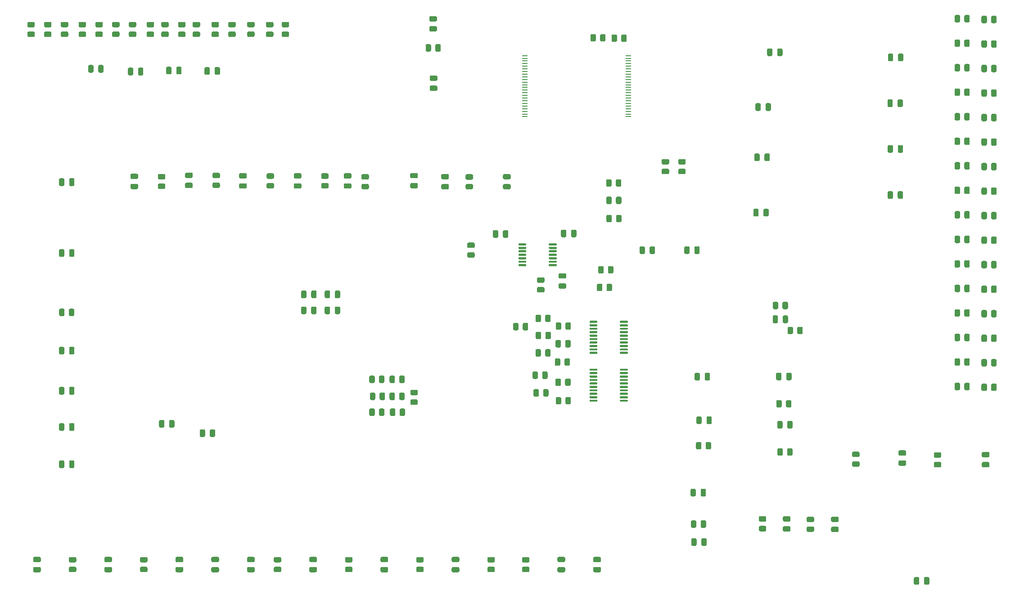
<source format=gbp>
%TF.GenerationSoftware,KiCad,Pcbnew,(5.1.10)-1*%
%TF.CreationDate,2021-11-09T21:50:18+08:00*%
%TF.ProjectId,S3_Schematic,53335f53-6368-4656-9d61-7469632e6b69,rev?*%
%TF.SameCoordinates,Original*%
%TF.FileFunction,Paste,Bot*%
%TF.FilePolarity,Positive*%
%FSLAX46Y46*%
G04 Gerber Fmt 4.6, Leading zero omitted, Abs format (unit mm)*
G04 Created by KiCad (PCBNEW (5.1.10)-1) date 2021-11-09 21:50:18*
%MOMM*%
%LPD*%
G01*
G04 APERTURE LIST*
%ADD10R,1.100000X0.250000*%
G04 APERTURE END LIST*
%TO.C,C68*%
G36*
G01*
X148295000Y-45600000D02*
X149245000Y-45600000D01*
G75*
G02*
X149495000Y-45850000I0J-250000D01*
G01*
X149495000Y-46350000D01*
G75*
G02*
X149245000Y-46600000I-250000J0D01*
G01*
X148295000Y-46600000D01*
G75*
G02*
X148045000Y-46350000I0J250000D01*
G01*
X148045000Y-45850000D01*
G75*
G02*
X148295000Y-45600000I250000J0D01*
G01*
G37*
G36*
G01*
X148295000Y-43700000D02*
X149245000Y-43700000D01*
G75*
G02*
X149495000Y-43950000I0J-250000D01*
G01*
X149495000Y-44450000D01*
G75*
G02*
X149245000Y-44700000I-250000J0D01*
G01*
X148295000Y-44700000D01*
G75*
G02*
X148045000Y-44450000I0J250000D01*
G01*
X148045000Y-43950000D01*
G75*
G02*
X148295000Y-43700000I250000J0D01*
G01*
G37*
%TD*%
%TO.C,C67*%
G36*
G01*
X215310000Y-109913000D02*
X215310000Y-108963000D01*
G75*
G02*
X215560000Y-108713000I250000J0D01*
G01*
X216060000Y-108713000D01*
G75*
G02*
X216310000Y-108963000I0J-250000D01*
G01*
X216310000Y-109913000D01*
G75*
G02*
X216060000Y-110163000I-250000J0D01*
G01*
X215560000Y-110163000D01*
G75*
G02*
X215310000Y-109913000I0J250000D01*
G01*
G37*
G36*
G01*
X213410000Y-109913000D02*
X213410000Y-108963000D01*
G75*
G02*
X213660000Y-108713000I250000J0D01*
G01*
X214160000Y-108713000D01*
G75*
G02*
X214410000Y-108963000I0J-250000D01*
G01*
X214410000Y-109913000D01*
G75*
G02*
X214160000Y-110163000I-250000J0D01*
G01*
X213660000Y-110163000D01*
G75*
G02*
X213410000Y-109913000I0J250000D01*
G01*
G37*
%TD*%
%TO.C,C66*%
G36*
G01*
X235230000Y-39825000D02*
X235230000Y-40775000D01*
G75*
G02*
X234980000Y-41025000I-250000J0D01*
G01*
X234480000Y-41025000D01*
G75*
G02*
X234230000Y-40775000I0J250000D01*
G01*
X234230000Y-39825000D01*
G75*
G02*
X234480000Y-39575000I250000J0D01*
G01*
X234980000Y-39575000D01*
G75*
G02*
X235230000Y-39825000I0J-250000D01*
G01*
G37*
G36*
G01*
X237130000Y-39825000D02*
X237130000Y-40775000D01*
G75*
G02*
X236880000Y-41025000I-250000J0D01*
G01*
X236380000Y-41025000D01*
G75*
G02*
X236130000Y-40775000I0J250000D01*
G01*
X236130000Y-39825000D01*
G75*
G02*
X236380000Y-39575000I250000J0D01*
G01*
X236880000Y-39575000D01*
G75*
G02*
X237130000Y-39825000I0J-250000D01*
G01*
G37*
%TD*%
%TO.C,C65*%
G36*
G01*
X74645000Y-135330000D02*
X73695000Y-135330000D01*
G75*
G02*
X73445000Y-135080000I0J250000D01*
G01*
X73445000Y-134580000D01*
G75*
G02*
X73695000Y-134330000I250000J0D01*
G01*
X74645000Y-134330000D01*
G75*
G02*
X74895000Y-134580000I0J-250000D01*
G01*
X74895000Y-135080000D01*
G75*
G02*
X74645000Y-135330000I-250000J0D01*
G01*
G37*
G36*
G01*
X74645000Y-137230000D02*
X73695000Y-137230000D01*
G75*
G02*
X73445000Y-136980000I0J250000D01*
G01*
X73445000Y-136480000D01*
G75*
G02*
X73695000Y-136230000I250000J0D01*
G01*
X74645000Y-136230000D01*
G75*
G02*
X74895000Y-136480000I0J-250000D01*
G01*
X74895000Y-136980000D01*
G75*
G02*
X74645000Y-137230000I-250000J0D01*
G01*
G37*
%TD*%
%TO.C,C63*%
G36*
G01*
X173272000Y-135330000D02*
X172322000Y-135330000D01*
G75*
G02*
X172072000Y-135080000I0J250000D01*
G01*
X172072000Y-134580000D01*
G75*
G02*
X172322000Y-134330000I250000J0D01*
G01*
X173272000Y-134330000D01*
G75*
G02*
X173522000Y-134580000I0J-250000D01*
G01*
X173522000Y-135080000D01*
G75*
G02*
X173272000Y-135330000I-250000J0D01*
G01*
G37*
G36*
G01*
X173272000Y-137230000D02*
X172322000Y-137230000D01*
G75*
G02*
X172072000Y-136980000I0J250000D01*
G01*
X172072000Y-136480000D01*
G75*
G02*
X172322000Y-136230000I250000J0D01*
G01*
X173272000Y-136230000D01*
G75*
G02*
X173522000Y-136480000I0J-250000D01*
G01*
X173522000Y-136980000D01*
G75*
G02*
X173272000Y-137230000I-250000J0D01*
G01*
G37*
%TD*%
%TO.C,C62*%
G36*
G01*
X153374000Y-135330000D02*
X152424000Y-135330000D01*
G75*
G02*
X152174000Y-135080000I0J250000D01*
G01*
X152174000Y-134580000D01*
G75*
G02*
X152424000Y-134330000I250000J0D01*
G01*
X153374000Y-134330000D01*
G75*
G02*
X153624000Y-134580000I0J-250000D01*
G01*
X153624000Y-135080000D01*
G75*
G02*
X153374000Y-135330000I-250000J0D01*
G01*
G37*
G36*
G01*
X153374000Y-137230000D02*
X152424000Y-137230000D01*
G75*
G02*
X152174000Y-136980000I0J250000D01*
G01*
X152174000Y-136480000D01*
G75*
G02*
X152424000Y-136230000I250000J0D01*
G01*
X153374000Y-136230000D01*
G75*
G02*
X153624000Y-136480000I0J-250000D01*
G01*
X153624000Y-136980000D01*
G75*
G02*
X153374000Y-137230000I-250000J0D01*
G01*
G37*
%TD*%
%TO.C,C61*%
G36*
G01*
X148215000Y-34420000D02*
X149165000Y-34420000D01*
G75*
G02*
X149415000Y-34670000I0J-250000D01*
G01*
X149415000Y-35170000D01*
G75*
G02*
X149165000Y-35420000I-250000J0D01*
G01*
X148215000Y-35420000D01*
G75*
G02*
X147965000Y-35170000I0J250000D01*
G01*
X147965000Y-34670000D01*
G75*
G02*
X148215000Y-34420000I250000J0D01*
G01*
G37*
G36*
G01*
X148215000Y-32520000D02*
X149165000Y-32520000D01*
G75*
G02*
X149415000Y-32770000I0J-250000D01*
G01*
X149415000Y-33270000D01*
G75*
G02*
X149165000Y-33520000I-250000J0D01*
G01*
X148215000Y-33520000D01*
G75*
G02*
X147965000Y-33270000I0J250000D01*
G01*
X147965000Y-32770000D01*
G75*
G02*
X148215000Y-32520000I250000J0D01*
G01*
G37*
%TD*%
%TO.C,C60*%
G36*
G01*
X210112000Y-58625000D02*
X210112000Y-59575000D01*
G75*
G02*
X209862000Y-59825000I-250000J0D01*
G01*
X209362000Y-59825000D01*
G75*
G02*
X209112000Y-59575000I0J250000D01*
G01*
X209112000Y-58625000D01*
G75*
G02*
X209362000Y-58375000I250000J0D01*
G01*
X209862000Y-58375000D01*
G75*
G02*
X210112000Y-58625000I0J-250000D01*
G01*
G37*
G36*
G01*
X212012000Y-58625000D02*
X212012000Y-59575000D01*
G75*
G02*
X211762000Y-59825000I-250000J0D01*
G01*
X211262000Y-59825000D01*
G75*
G02*
X211012000Y-59575000I0J250000D01*
G01*
X211012000Y-58625000D01*
G75*
G02*
X211262000Y-58375000I250000J0D01*
G01*
X211762000Y-58375000D01*
G75*
G02*
X212012000Y-58625000I0J-250000D01*
G01*
G37*
%TD*%
%TO.C,C59*%
G36*
G01*
X106680000Y-42375000D02*
X106680000Y-43325000D01*
G75*
G02*
X106430000Y-43575000I-250000J0D01*
G01*
X105930000Y-43575000D01*
G75*
G02*
X105680000Y-43325000I0J250000D01*
G01*
X105680000Y-42375000D01*
G75*
G02*
X105930000Y-42125000I250000J0D01*
G01*
X106430000Y-42125000D01*
G75*
G02*
X106680000Y-42375000I0J-250000D01*
G01*
G37*
G36*
G01*
X108580000Y-42375000D02*
X108580000Y-43325000D01*
G75*
G02*
X108330000Y-43575000I-250000J0D01*
G01*
X107830000Y-43575000D01*
G75*
G02*
X107580000Y-43325000I0J250000D01*
G01*
X107580000Y-42375000D01*
G75*
G02*
X107830000Y-42125000I250000J0D01*
G01*
X108330000Y-42125000D01*
G75*
G02*
X108580000Y-42375000I0J-250000D01*
G01*
G37*
%TD*%
%TO.C,C57*%
G36*
G01*
X113392000Y-63090000D02*
X112442000Y-63090000D01*
G75*
G02*
X112192000Y-62840000I0J250000D01*
G01*
X112192000Y-62340000D01*
G75*
G02*
X112442000Y-62090000I250000J0D01*
G01*
X113392000Y-62090000D01*
G75*
G02*
X113642000Y-62340000I0J-250000D01*
G01*
X113642000Y-62840000D01*
G75*
G02*
X113392000Y-63090000I-250000J0D01*
G01*
G37*
G36*
G01*
X113392000Y-64990000D02*
X112442000Y-64990000D01*
G75*
G02*
X112192000Y-64740000I0J250000D01*
G01*
X112192000Y-64240000D01*
G75*
G02*
X112442000Y-63990000I250000J0D01*
G01*
X113392000Y-63990000D01*
G75*
G02*
X113642000Y-64240000I0J-250000D01*
G01*
X113642000Y-64740000D01*
G75*
G02*
X113392000Y-64990000I-250000J0D01*
G01*
G37*
%TD*%
%TO.C,C56*%
G36*
G01*
X212512000Y-38855000D02*
X212512000Y-39805000D01*
G75*
G02*
X212262000Y-40055000I-250000J0D01*
G01*
X211762000Y-40055000D01*
G75*
G02*
X211512000Y-39805000I0J250000D01*
G01*
X211512000Y-38855000D01*
G75*
G02*
X211762000Y-38605000I250000J0D01*
G01*
X212262000Y-38605000D01*
G75*
G02*
X212512000Y-38855000I0J-250000D01*
G01*
G37*
G36*
G01*
X214412000Y-38855000D02*
X214412000Y-39805000D01*
G75*
G02*
X214162000Y-40055000I-250000J0D01*
G01*
X213662000Y-40055000D01*
G75*
G02*
X213412000Y-39805000I0J250000D01*
G01*
X213412000Y-38855000D01*
G75*
G02*
X213662000Y-38605000I250000J0D01*
G01*
X214162000Y-38605000D01*
G75*
G02*
X214412000Y-38855000I0J-250000D01*
G01*
G37*
%TD*%
%TO.C,C54*%
G36*
G01*
X88036900Y-135330000D02*
X87086900Y-135330000D01*
G75*
G02*
X86836900Y-135080000I0J250000D01*
G01*
X86836900Y-134580000D01*
G75*
G02*
X87086900Y-134330000I250000J0D01*
G01*
X88036900Y-134330000D01*
G75*
G02*
X88286900Y-134580000I0J-250000D01*
G01*
X88286900Y-135080000D01*
G75*
G02*
X88036900Y-135330000I-250000J0D01*
G01*
G37*
G36*
G01*
X88036900Y-137230000D02*
X87086900Y-137230000D01*
G75*
G02*
X86836900Y-136980000I0J250000D01*
G01*
X86836900Y-136480000D01*
G75*
G02*
X87086900Y-136230000I250000J0D01*
G01*
X88036900Y-136230000D01*
G75*
G02*
X88286900Y-136480000I0J-250000D01*
G01*
X88286900Y-136980000D01*
G75*
G02*
X88036900Y-137230000I-250000J0D01*
G01*
G37*
%TD*%
%TO.C,C51*%
G36*
G01*
X236462000Y-116173000D02*
X237412000Y-116173000D01*
G75*
G02*
X237662000Y-116423000I0J-250000D01*
G01*
X237662000Y-116923000D01*
G75*
G02*
X237412000Y-117173000I-250000J0D01*
G01*
X236462000Y-117173000D01*
G75*
G02*
X236212000Y-116923000I0J250000D01*
G01*
X236212000Y-116423000D01*
G75*
G02*
X236462000Y-116173000I250000J0D01*
G01*
G37*
G36*
G01*
X236462000Y-114273000D02*
X237412000Y-114273000D01*
G75*
G02*
X237662000Y-114523000I0J-250000D01*
G01*
X237662000Y-115023000D01*
G75*
G02*
X237412000Y-115273000I-250000J0D01*
G01*
X236462000Y-115273000D01*
G75*
G02*
X236212000Y-115023000I0J250000D01*
G01*
X236212000Y-114523000D01*
G75*
G02*
X236462000Y-114273000I250000J0D01*
G01*
G37*
%TD*%
%TO.C,C50*%
G36*
G01*
X210312000Y-49155000D02*
X210312000Y-50105000D01*
G75*
G02*
X210062000Y-50355000I-250000J0D01*
G01*
X209562000Y-50355000D01*
G75*
G02*
X209312000Y-50105000I0J250000D01*
G01*
X209312000Y-49155000D01*
G75*
G02*
X209562000Y-48905000I250000J0D01*
G01*
X210062000Y-48905000D01*
G75*
G02*
X210312000Y-49155000I0J-250000D01*
G01*
G37*
G36*
G01*
X212212000Y-49155000D02*
X212212000Y-50105000D01*
G75*
G02*
X211962000Y-50355000I-250000J0D01*
G01*
X211462000Y-50355000D01*
G75*
G02*
X211212000Y-50105000I0J250000D01*
G01*
X211212000Y-49155000D01*
G75*
G02*
X211462000Y-48905000I250000J0D01*
G01*
X211962000Y-48905000D01*
G75*
G02*
X212212000Y-49155000I0J-250000D01*
G01*
G37*
%TD*%
%TO.C,C49*%
G36*
G01*
X235180000Y-65725000D02*
X235180000Y-66675000D01*
G75*
G02*
X234930000Y-66925000I-250000J0D01*
G01*
X234430000Y-66925000D01*
G75*
G02*
X234180000Y-66675000I0J250000D01*
G01*
X234180000Y-65725000D01*
G75*
G02*
X234430000Y-65475000I250000J0D01*
G01*
X234930000Y-65475000D01*
G75*
G02*
X235180000Y-65725000I0J-250000D01*
G01*
G37*
G36*
G01*
X237080000Y-65725000D02*
X237080000Y-66675000D01*
G75*
G02*
X236830000Y-66925000I-250000J0D01*
G01*
X236330000Y-66925000D01*
G75*
G02*
X236080000Y-66675000I0J250000D01*
G01*
X236080000Y-65725000D01*
G75*
G02*
X236330000Y-65475000I250000J0D01*
G01*
X236830000Y-65475000D01*
G75*
G02*
X237080000Y-65725000I0J-250000D01*
G01*
G37*
%TD*%
%TO.C,C48*%
G36*
G01*
X80212500Y-95985000D02*
X80212500Y-95035000D01*
G75*
G02*
X80462500Y-94785000I250000J0D01*
G01*
X80962500Y-94785000D01*
G75*
G02*
X81212500Y-95035000I0J-250000D01*
G01*
X81212500Y-95985000D01*
G75*
G02*
X80962500Y-96235000I-250000J0D01*
G01*
X80462500Y-96235000D01*
G75*
G02*
X80212500Y-95985000I0J250000D01*
G01*
G37*
G36*
G01*
X78312500Y-95985000D02*
X78312500Y-95035000D01*
G75*
G02*
X78562500Y-94785000I250000J0D01*
G01*
X79062500Y-94785000D01*
G75*
G02*
X79312500Y-95035000I0J-250000D01*
G01*
X79312500Y-95985000D01*
G75*
G02*
X79062500Y-96235000I-250000J0D01*
G01*
X78562500Y-96235000D01*
G75*
G02*
X78312500Y-95985000I0J250000D01*
G01*
G37*
%TD*%
%TO.C,C45*%
G36*
G01*
X189420000Y-77065000D02*
X189420000Y-76115000D01*
G75*
G02*
X189670000Y-75865000I250000J0D01*
G01*
X190170000Y-75865000D01*
G75*
G02*
X190420000Y-76115000I0J-250000D01*
G01*
X190420000Y-77065000D01*
G75*
G02*
X190170000Y-77315000I-250000J0D01*
G01*
X189670000Y-77315000D01*
G75*
G02*
X189420000Y-77065000I0J250000D01*
G01*
G37*
G36*
G01*
X187520000Y-77065000D02*
X187520000Y-76115000D01*
G75*
G02*
X187770000Y-75865000I250000J0D01*
G01*
X188270000Y-75865000D01*
G75*
G02*
X188520000Y-76115000I0J-250000D01*
G01*
X188520000Y-77065000D01*
G75*
G02*
X188270000Y-77315000I-250000J0D01*
G01*
X187770000Y-77315000D01*
G75*
G02*
X187520000Y-77065000I0J250000D01*
G01*
G37*
%TD*%
%TO.C,C44*%
G36*
G01*
X99470000Y-42295000D02*
X99470000Y-43245000D01*
G75*
G02*
X99220000Y-43495000I-250000J0D01*
G01*
X98720000Y-43495000D01*
G75*
G02*
X98470000Y-43245000I0J250000D01*
G01*
X98470000Y-42295000D01*
G75*
G02*
X98720000Y-42045000I250000J0D01*
G01*
X99220000Y-42045000D01*
G75*
G02*
X99470000Y-42295000I0J-250000D01*
G01*
G37*
G36*
G01*
X101370000Y-42295000D02*
X101370000Y-43245000D01*
G75*
G02*
X101120000Y-43495000I-250000J0D01*
G01*
X100620000Y-43495000D01*
G75*
G02*
X100370000Y-43245000I0J250000D01*
G01*
X100370000Y-42295000D01*
G75*
G02*
X100620000Y-42045000I250000J0D01*
G01*
X101120000Y-42045000D01*
G75*
G02*
X101370000Y-42295000I0J-250000D01*
G01*
G37*
%TD*%
%TO.C,C43*%
G36*
G01*
X199773000Y-100875000D02*
X199773000Y-99925000D01*
G75*
G02*
X200023000Y-99675000I250000J0D01*
G01*
X200523000Y-99675000D01*
G75*
G02*
X200773000Y-99925000I0J-250000D01*
G01*
X200773000Y-100875000D01*
G75*
G02*
X200523000Y-101125000I-250000J0D01*
G01*
X200023000Y-101125000D01*
G75*
G02*
X199773000Y-100875000I0J250000D01*
G01*
G37*
G36*
G01*
X197873000Y-100875000D02*
X197873000Y-99925000D01*
G75*
G02*
X198123000Y-99675000I250000J0D01*
G01*
X198623000Y-99675000D01*
G75*
G02*
X198873000Y-99925000I0J-250000D01*
G01*
X198873000Y-100875000D01*
G75*
G02*
X198623000Y-101125000I-250000J0D01*
G01*
X198123000Y-101125000D01*
G75*
G02*
X197873000Y-100875000I0J250000D01*
G01*
G37*
%TD*%
%TO.C,C41*%
G36*
G01*
X126590000Y-135330000D02*
X125640000Y-135330000D01*
G75*
G02*
X125390000Y-135080000I0J250000D01*
G01*
X125390000Y-134580000D01*
G75*
G02*
X125640000Y-134330000I250000J0D01*
G01*
X126590000Y-134330000D01*
G75*
G02*
X126840000Y-134580000I0J-250000D01*
G01*
X126840000Y-135080000D01*
G75*
G02*
X126590000Y-135330000I-250000J0D01*
G01*
G37*
G36*
G01*
X126590000Y-137230000D02*
X125640000Y-137230000D01*
G75*
G02*
X125390000Y-136980000I0J250000D01*
G01*
X125390000Y-136480000D01*
G75*
G02*
X125640000Y-136230000I250000J0D01*
G01*
X126590000Y-136230000D01*
G75*
G02*
X126840000Y-136480000I0J-250000D01*
G01*
X126840000Y-136980000D01*
G75*
G02*
X126590000Y-137230000I-250000J0D01*
G01*
G37*
%TD*%
%TO.C,C39*%
G36*
G01*
X108155000Y-135330000D02*
X107205000Y-135330000D01*
G75*
G02*
X106955000Y-135080000I0J250000D01*
G01*
X106955000Y-134580000D01*
G75*
G02*
X107205000Y-134330000I250000J0D01*
G01*
X108155000Y-134330000D01*
G75*
G02*
X108405000Y-134580000I0J-250000D01*
G01*
X108405000Y-135080000D01*
G75*
G02*
X108155000Y-135330000I-250000J0D01*
G01*
G37*
G36*
G01*
X108155000Y-137230000D02*
X107205000Y-137230000D01*
G75*
G02*
X106955000Y-136980000I0J250000D01*
G01*
X106955000Y-136480000D01*
G75*
G02*
X107205000Y-136230000I250000J0D01*
G01*
X108155000Y-136230000D01*
G75*
G02*
X108405000Y-136480000I0J-250000D01*
G01*
X108405000Y-136980000D01*
G75*
G02*
X108155000Y-137230000I-250000J0D01*
G01*
G37*
%TD*%
%TO.C,C38*%
G36*
G01*
X103219000Y-62990000D02*
X102269000Y-62990000D01*
G75*
G02*
X102019000Y-62740000I0J250000D01*
G01*
X102019000Y-62240000D01*
G75*
G02*
X102269000Y-61990000I250000J0D01*
G01*
X103219000Y-61990000D01*
G75*
G02*
X103469000Y-62240000I0J-250000D01*
G01*
X103469000Y-62740000D01*
G75*
G02*
X103219000Y-62990000I-250000J0D01*
G01*
G37*
G36*
G01*
X103219000Y-64890000D02*
X102269000Y-64890000D01*
G75*
G02*
X102019000Y-64640000I0J250000D01*
G01*
X102019000Y-64140000D01*
G75*
G02*
X102269000Y-63890000I250000J0D01*
G01*
X103219000Y-63890000D01*
G75*
G02*
X103469000Y-64140000I0J-250000D01*
G01*
X103469000Y-64640000D01*
G75*
G02*
X103219000Y-64890000I-250000J0D01*
G01*
G37*
%TD*%
%TO.C,C34*%
G36*
G01*
X214715000Y-128570000D02*
X215665000Y-128570000D01*
G75*
G02*
X215915000Y-128820000I0J-250000D01*
G01*
X215915000Y-129320000D01*
G75*
G02*
X215665000Y-129570000I-250000J0D01*
G01*
X214715000Y-129570000D01*
G75*
G02*
X214465000Y-129320000I0J250000D01*
G01*
X214465000Y-128820000D01*
G75*
G02*
X214715000Y-128570000I250000J0D01*
G01*
G37*
G36*
G01*
X214715000Y-126670000D02*
X215665000Y-126670000D01*
G75*
G02*
X215915000Y-126920000I0J-250000D01*
G01*
X215915000Y-127420000D01*
G75*
G02*
X215665000Y-127670000I-250000J0D01*
G01*
X214715000Y-127670000D01*
G75*
G02*
X214465000Y-127420000I0J250000D01*
G01*
X214465000Y-126920000D01*
G75*
G02*
X214715000Y-126670000I250000J0D01*
G01*
G37*
%TD*%
%TO.C,C33*%
G36*
G01*
X92280000Y-42475000D02*
X92280000Y-43425000D01*
G75*
G02*
X92030000Y-43675000I-250000J0D01*
G01*
X91530000Y-43675000D01*
G75*
G02*
X91280000Y-43425000I0J250000D01*
G01*
X91280000Y-42475000D01*
G75*
G02*
X91530000Y-42225000I250000J0D01*
G01*
X92030000Y-42225000D01*
G75*
G02*
X92280000Y-42475000I0J-250000D01*
G01*
G37*
G36*
G01*
X94180000Y-42475000D02*
X94180000Y-43425000D01*
G75*
G02*
X93930000Y-43675000I-250000J0D01*
G01*
X93430000Y-43675000D01*
G75*
G02*
X93180000Y-43425000I0J250000D01*
G01*
X93180000Y-42475000D01*
G75*
G02*
X93430000Y-42225000I250000J0D01*
G01*
X93930000Y-42225000D01*
G75*
G02*
X94180000Y-42475000I0J-250000D01*
G01*
G37*
%TD*%
%TO.C,C32*%
G36*
G01*
X241020000Y-139325000D02*
X241020000Y-138375000D01*
G75*
G02*
X241270000Y-138125000I250000J0D01*
G01*
X241770000Y-138125000D01*
G75*
G02*
X242020000Y-138375000I0J-250000D01*
G01*
X242020000Y-139325000D01*
G75*
G02*
X241770000Y-139575000I-250000J0D01*
G01*
X241270000Y-139575000D01*
G75*
G02*
X241020000Y-139325000I0J250000D01*
G01*
G37*
G36*
G01*
X239120000Y-139325000D02*
X239120000Y-138375000D01*
G75*
G02*
X239370000Y-138125000I250000J0D01*
G01*
X239870000Y-138125000D01*
G75*
G02*
X240120000Y-138375000I0J-250000D01*
G01*
X240120000Y-139325000D01*
G75*
G02*
X239870000Y-139575000I-250000J0D01*
G01*
X239370000Y-139575000D01*
G75*
G02*
X239120000Y-139325000I0J250000D01*
G01*
G37*
%TD*%
%TO.C,C30*%
G36*
G01*
X139982000Y-135330000D02*
X139032000Y-135330000D01*
G75*
G02*
X138782000Y-135080000I0J250000D01*
G01*
X138782000Y-134580000D01*
G75*
G02*
X139032000Y-134330000I250000J0D01*
G01*
X139982000Y-134330000D01*
G75*
G02*
X140232000Y-134580000I0J-250000D01*
G01*
X140232000Y-135080000D01*
G75*
G02*
X139982000Y-135330000I-250000J0D01*
G01*
G37*
G36*
G01*
X139982000Y-137230000D02*
X139032000Y-137230000D01*
G75*
G02*
X138782000Y-136980000I0J250000D01*
G01*
X138782000Y-136480000D01*
G75*
G02*
X139032000Y-136230000I250000J0D01*
G01*
X139982000Y-136230000D01*
G75*
G02*
X140232000Y-136480000I0J-250000D01*
G01*
X140232000Y-136980000D01*
G75*
G02*
X139982000Y-137230000I-250000J0D01*
G01*
G37*
%TD*%
%TO.C,C29*%
G36*
G01*
X123666000Y-63090000D02*
X122716000Y-63090000D01*
G75*
G02*
X122466000Y-62840000I0J250000D01*
G01*
X122466000Y-62340000D01*
G75*
G02*
X122716000Y-62090000I250000J0D01*
G01*
X123666000Y-62090000D01*
G75*
G02*
X123916000Y-62340000I0J-250000D01*
G01*
X123916000Y-62840000D01*
G75*
G02*
X123666000Y-63090000I-250000J0D01*
G01*
G37*
G36*
G01*
X123666000Y-64990000D02*
X122716000Y-64990000D01*
G75*
G02*
X122466000Y-64740000I0J250000D01*
G01*
X122466000Y-64240000D01*
G75*
G02*
X122716000Y-63990000I250000J0D01*
G01*
X123666000Y-63990000D01*
G75*
G02*
X123916000Y-64240000I0J-250000D01*
G01*
X123916000Y-64740000D01*
G75*
G02*
X123666000Y-64990000I-250000J0D01*
G01*
G37*
%TD*%
%TO.C,C28*%
G36*
G01*
X101429000Y-135330000D02*
X100479000Y-135330000D01*
G75*
G02*
X100229000Y-135080000I0J250000D01*
G01*
X100229000Y-134580000D01*
G75*
G02*
X100479000Y-134330000I250000J0D01*
G01*
X101429000Y-134330000D01*
G75*
G02*
X101679000Y-134580000I0J-250000D01*
G01*
X101679000Y-135080000D01*
G75*
G02*
X101429000Y-135330000I-250000J0D01*
G01*
G37*
G36*
G01*
X101429000Y-137230000D02*
X100479000Y-137230000D01*
G75*
G02*
X100229000Y-136980000I0J250000D01*
G01*
X100229000Y-136480000D01*
G75*
G02*
X100479000Y-136230000I250000J0D01*
G01*
X101429000Y-136230000D01*
G75*
G02*
X101679000Y-136480000I0J-250000D01*
G01*
X101679000Y-136980000D01*
G75*
G02*
X101429000Y-137230000I-250000J0D01*
G01*
G37*
%TD*%
%TO.C,C27*%
G36*
G01*
X197820000Y-77045000D02*
X197820000Y-76095000D01*
G75*
G02*
X198070000Y-75845000I250000J0D01*
G01*
X198570000Y-75845000D01*
G75*
G02*
X198820000Y-76095000I0J-250000D01*
G01*
X198820000Y-77045000D01*
G75*
G02*
X198570000Y-77295000I-250000J0D01*
G01*
X198070000Y-77295000D01*
G75*
G02*
X197820000Y-77045000I0J250000D01*
G01*
G37*
G36*
G01*
X195920000Y-77045000D02*
X195920000Y-76095000D01*
G75*
G02*
X196170000Y-75845000I250000J0D01*
G01*
X196670000Y-75845000D01*
G75*
G02*
X196920000Y-76095000I0J-250000D01*
G01*
X196920000Y-77045000D01*
G75*
G02*
X196670000Y-77295000I-250000J0D01*
G01*
X196170000Y-77295000D01*
G75*
G02*
X195920000Y-77045000I0J250000D01*
G01*
G37*
%TD*%
%TO.C,C25*%
G36*
G01*
X92945000Y-63190000D02*
X91995000Y-63190000D01*
G75*
G02*
X91745000Y-62940000I0J250000D01*
G01*
X91745000Y-62440000D01*
G75*
G02*
X91995000Y-62190000I250000J0D01*
G01*
X92945000Y-62190000D01*
G75*
G02*
X93195000Y-62440000I0J-250000D01*
G01*
X93195000Y-62940000D01*
G75*
G02*
X92945000Y-63190000I-250000J0D01*
G01*
G37*
G36*
G01*
X92945000Y-65090000D02*
X91995000Y-65090000D01*
G75*
G02*
X91745000Y-64840000I0J250000D01*
G01*
X91745000Y-64340000D01*
G75*
G02*
X91995000Y-64090000I250000J0D01*
G01*
X92945000Y-64090000D01*
G75*
G02*
X93195000Y-64340000I0J-250000D01*
G01*
X93195000Y-64840000D01*
G75*
G02*
X92945000Y-65090000I-250000J0D01*
G01*
G37*
%TD*%
%TO.C,C24*%
G36*
G01*
X235190000Y-57045000D02*
X235190000Y-57995000D01*
G75*
G02*
X234940000Y-58245000I-250000J0D01*
G01*
X234440000Y-58245000D01*
G75*
G02*
X234190000Y-57995000I0J250000D01*
G01*
X234190000Y-57045000D01*
G75*
G02*
X234440000Y-56795000I250000J0D01*
G01*
X234940000Y-56795000D01*
G75*
G02*
X235190000Y-57045000I0J-250000D01*
G01*
G37*
G36*
G01*
X237090000Y-57045000D02*
X237090000Y-57995000D01*
G75*
G02*
X236840000Y-58245000I-250000J0D01*
G01*
X236340000Y-58245000D01*
G75*
G02*
X236090000Y-57995000I0J250000D01*
G01*
X236090000Y-57045000D01*
G75*
G02*
X236340000Y-56795000I250000J0D01*
G01*
X236840000Y-56795000D01*
G75*
G02*
X237090000Y-57045000I0J-250000D01*
G01*
G37*
%TD*%
%TO.C,C23*%
G36*
G01*
X114881000Y-135330000D02*
X113931000Y-135330000D01*
G75*
G02*
X113681000Y-135080000I0J250000D01*
G01*
X113681000Y-134580000D01*
G75*
G02*
X113931000Y-134330000I250000J0D01*
G01*
X114881000Y-134330000D01*
G75*
G02*
X115131000Y-134580000I0J-250000D01*
G01*
X115131000Y-135080000D01*
G75*
G02*
X114881000Y-135330000I-250000J0D01*
G01*
G37*
G36*
G01*
X114881000Y-137230000D02*
X113931000Y-137230000D01*
G75*
G02*
X113681000Y-136980000I0J250000D01*
G01*
X113681000Y-136480000D01*
G75*
G02*
X113931000Y-136230000I250000J0D01*
G01*
X114881000Y-136230000D01*
G75*
G02*
X115131000Y-136480000I0J-250000D01*
G01*
X115131000Y-136980000D01*
G75*
G02*
X114881000Y-137230000I-250000J0D01*
G01*
G37*
%TD*%
%TO.C,C22*%
G36*
G01*
X223785000Y-128660000D02*
X224735000Y-128660000D01*
G75*
G02*
X224985000Y-128910000I0J-250000D01*
G01*
X224985000Y-129410000D01*
G75*
G02*
X224735000Y-129660000I-250000J0D01*
G01*
X223785000Y-129660000D01*
G75*
G02*
X223535000Y-129410000I0J250000D01*
G01*
X223535000Y-128910000D01*
G75*
G02*
X223785000Y-128660000I250000J0D01*
G01*
G37*
G36*
G01*
X223785000Y-126760000D02*
X224735000Y-126760000D01*
G75*
G02*
X224985000Y-127010000I0J-250000D01*
G01*
X224985000Y-127510000D01*
G75*
G02*
X224735000Y-127760000I-250000J0D01*
G01*
X223785000Y-127760000D01*
G75*
G02*
X223535000Y-127510000I0J250000D01*
G01*
X223535000Y-127010000D01*
G75*
G02*
X223785000Y-126760000I250000J0D01*
G01*
G37*
%TD*%
%TO.C,C20*%
G36*
G01*
X151405000Y-63240000D02*
X150455000Y-63240000D01*
G75*
G02*
X150205000Y-62990000I0J250000D01*
G01*
X150205000Y-62490000D01*
G75*
G02*
X150455000Y-62240000I250000J0D01*
G01*
X151405000Y-62240000D01*
G75*
G02*
X151655000Y-62490000I0J-250000D01*
G01*
X151655000Y-62990000D01*
G75*
G02*
X151405000Y-63240000I-250000J0D01*
G01*
G37*
G36*
G01*
X151405000Y-65140000D02*
X150455000Y-65140000D01*
G75*
G02*
X150205000Y-64890000I0J250000D01*
G01*
X150205000Y-64390000D01*
G75*
G02*
X150455000Y-64140000I250000J0D01*
G01*
X151405000Y-64140000D01*
G75*
G02*
X151655000Y-64390000I0J-250000D01*
G01*
X151655000Y-64890000D01*
G75*
G02*
X151405000Y-65140000I-250000J0D01*
G01*
G37*
%TD*%
%TO.C,C19*%
G36*
G01*
X215110000Y-100840000D02*
X215110000Y-99890000D01*
G75*
G02*
X215360000Y-99640000I250000J0D01*
G01*
X215860000Y-99640000D01*
G75*
G02*
X216110000Y-99890000I0J-250000D01*
G01*
X216110000Y-100840000D01*
G75*
G02*
X215860000Y-101090000I-250000J0D01*
G01*
X215360000Y-101090000D01*
G75*
G02*
X215110000Y-100840000I0J250000D01*
G01*
G37*
G36*
G01*
X213210000Y-100840000D02*
X213210000Y-99890000D01*
G75*
G02*
X213460000Y-99640000I250000J0D01*
G01*
X213960000Y-99640000D01*
G75*
G02*
X214210000Y-99890000I0J-250000D01*
G01*
X214210000Y-100840000D01*
G75*
G02*
X213960000Y-101090000I-250000J0D01*
G01*
X213460000Y-101090000D01*
G75*
G02*
X213210000Y-100840000I0J250000D01*
G01*
G37*
%TD*%
%TO.C,C18*%
G36*
G01*
X163025000Y-63250000D02*
X162075000Y-63250000D01*
G75*
G02*
X161825000Y-63000000I0J250000D01*
G01*
X161825000Y-62500000D01*
G75*
G02*
X162075000Y-62250000I250000J0D01*
G01*
X163025000Y-62250000D01*
G75*
G02*
X163275000Y-62500000I0J-250000D01*
G01*
X163275000Y-63000000D01*
G75*
G02*
X163025000Y-63250000I-250000J0D01*
G01*
G37*
G36*
G01*
X163025000Y-65150000D02*
X162075000Y-65150000D01*
G75*
G02*
X161825000Y-64900000I0J250000D01*
G01*
X161825000Y-64400000D01*
G75*
G02*
X162075000Y-64150000I250000J0D01*
G01*
X163025000Y-64150000D01*
G75*
G02*
X163275000Y-64400000I0J-250000D01*
G01*
X163275000Y-64900000D01*
G75*
G02*
X163025000Y-65150000I-250000J0D01*
G01*
G37*
%TD*%
%TO.C,C16*%
G36*
G01*
X161820000Y-74015000D02*
X161820000Y-73065000D01*
G75*
G02*
X162070000Y-72815000I250000J0D01*
G01*
X162570000Y-72815000D01*
G75*
G02*
X162820000Y-73065000I0J-250000D01*
G01*
X162820000Y-74015000D01*
G75*
G02*
X162570000Y-74265000I-250000J0D01*
G01*
X162070000Y-74265000D01*
G75*
G02*
X161820000Y-74015000I0J250000D01*
G01*
G37*
G36*
G01*
X159920000Y-74015000D02*
X159920000Y-73065000D01*
G75*
G02*
X160170000Y-72815000I250000J0D01*
G01*
X160670000Y-72815000D01*
G75*
G02*
X160920000Y-73065000I0J-250000D01*
G01*
X160920000Y-74015000D01*
G75*
G02*
X160670000Y-74265000I-250000J0D01*
G01*
X160170000Y-74265000D01*
G75*
G02*
X159920000Y-74015000I0J250000D01*
G01*
G37*
%TD*%
%TO.C,C15*%
G36*
G01*
X179998000Y-135330000D02*
X179048000Y-135330000D01*
G75*
G02*
X178798000Y-135080000I0J250000D01*
G01*
X178798000Y-134580000D01*
G75*
G02*
X179048000Y-134330000I250000J0D01*
G01*
X179998000Y-134330000D01*
G75*
G02*
X180248000Y-134580000I0J-250000D01*
G01*
X180248000Y-135080000D01*
G75*
G02*
X179998000Y-135330000I-250000J0D01*
G01*
G37*
G36*
G01*
X179998000Y-137230000D02*
X179048000Y-137230000D01*
G75*
G02*
X178798000Y-136980000I0J250000D01*
G01*
X178798000Y-136480000D01*
G75*
G02*
X179048000Y-136230000I250000J0D01*
G01*
X179998000Y-136230000D01*
G75*
G02*
X180248000Y-136480000I0J-250000D01*
G01*
X180248000Y-136980000D01*
G75*
G02*
X179998000Y-137230000I-250000J0D01*
G01*
G37*
%TD*%
%TO.C,C14*%
G36*
G01*
X252135000Y-116473000D02*
X253085000Y-116473000D01*
G75*
G02*
X253335000Y-116723000I0J-250000D01*
G01*
X253335000Y-117223000D01*
G75*
G02*
X253085000Y-117473000I-250000J0D01*
G01*
X252135000Y-117473000D01*
G75*
G02*
X251885000Y-117223000I0J250000D01*
G01*
X251885000Y-116723000D01*
G75*
G02*
X252135000Y-116473000I250000J0D01*
G01*
G37*
G36*
G01*
X252135000Y-114573000D02*
X253085000Y-114573000D01*
G75*
G02*
X253335000Y-114823000I0J-250000D01*
G01*
X253335000Y-115323000D01*
G75*
G02*
X253085000Y-115573000I-250000J0D01*
G01*
X252135000Y-115573000D01*
G75*
G02*
X251885000Y-115323000I0J250000D01*
G01*
X251885000Y-114823000D01*
G75*
G02*
X252135000Y-114573000I250000J0D01*
G01*
G37*
%TD*%
%TO.C,C13*%
G36*
G01*
X235140000Y-48445000D02*
X235140000Y-49395000D01*
G75*
G02*
X234890000Y-49645000I-250000J0D01*
G01*
X234390000Y-49645000D01*
G75*
G02*
X234140000Y-49395000I0J250000D01*
G01*
X234140000Y-48445000D01*
G75*
G02*
X234390000Y-48195000I250000J0D01*
G01*
X234890000Y-48195000D01*
G75*
G02*
X235140000Y-48445000I0J-250000D01*
G01*
G37*
G36*
G01*
X237040000Y-48445000D02*
X237040000Y-49395000D01*
G75*
G02*
X236790000Y-49645000I-250000J0D01*
G01*
X236290000Y-49645000D01*
G75*
G02*
X236040000Y-49395000I0J250000D01*
G01*
X236040000Y-48445000D01*
G75*
G02*
X236290000Y-48195000I250000J0D01*
G01*
X236790000Y-48195000D01*
G75*
G02*
X237040000Y-48445000I0J-250000D01*
G01*
G37*
%TD*%
%TO.C,C12*%
G36*
G01*
X173740000Y-72965000D02*
X173740000Y-73915000D01*
G75*
G02*
X173490000Y-74165000I-250000J0D01*
G01*
X172990000Y-74165000D01*
G75*
G02*
X172740000Y-73915000I0J250000D01*
G01*
X172740000Y-72965000D01*
G75*
G02*
X172990000Y-72715000I250000J0D01*
G01*
X173490000Y-72715000D01*
G75*
G02*
X173740000Y-72965000I0J-250000D01*
G01*
G37*
G36*
G01*
X175640000Y-72965000D02*
X175640000Y-73915000D01*
G75*
G02*
X175390000Y-74165000I-250000J0D01*
G01*
X174890000Y-74165000D01*
G75*
G02*
X174640000Y-73915000I0J250000D01*
G01*
X174640000Y-72965000D01*
G75*
G02*
X174890000Y-72715000I250000J0D01*
G01*
X175390000Y-72715000D01*
G75*
G02*
X175640000Y-72965000I0J-250000D01*
G01*
G37*
%TD*%
%TO.C,C11*%
G36*
G01*
X79312500Y-76655000D02*
X79312500Y-77605000D01*
G75*
G02*
X79062500Y-77855000I-250000J0D01*
G01*
X78562500Y-77855000D01*
G75*
G02*
X78312500Y-77605000I0J250000D01*
G01*
X78312500Y-76655000D01*
G75*
G02*
X78562500Y-76405000I250000J0D01*
G01*
X79062500Y-76405000D01*
G75*
G02*
X79312500Y-76655000I0J-250000D01*
G01*
G37*
G36*
G01*
X81212500Y-76655000D02*
X81212500Y-77605000D01*
G75*
G02*
X80962500Y-77855000I-250000J0D01*
G01*
X80462500Y-77855000D01*
G75*
G02*
X80212500Y-77605000I0J250000D01*
G01*
X80212500Y-76655000D01*
G75*
G02*
X80462500Y-76405000I250000J0D01*
G01*
X80962500Y-76405000D01*
G75*
G02*
X81212500Y-76655000I0J-250000D01*
G01*
G37*
%TD*%
%TO.C,C10*%
G36*
G01*
X199000000Y-122705000D02*
X199000000Y-121755000D01*
G75*
G02*
X199250000Y-121505000I250000J0D01*
G01*
X199750000Y-121505000D01*
G75*
G02*
X200000000Y-121755000I0J-250000D01*
G01*
X200000000Y-122705000D01*
G75*
G02*
X199750000Y-122955000I-250000J0D01*
G01*
X199250000Y-122955000D01*
G75*
G02*
X199000000Y-122705000I0J250000D01*
G01*
G37*
G36*
G01*
X197100000Y-122705000D02*
X197100000Y-121755000D01*
G75*
G02*
X197350000Y-121505000I250000J0D01*
G01*
X197850000Y-121505000D01*
G75*
G02*
X198100000Y-121755000I0J-250000D01*
G01*
X198100000Y-122705000D01*
G75*
G02*
X197850000Y-122955000I-250000J0D01*
G01*
X197350000Y-122955000D01*
G75*
G02*
X197100000Y-122705000I0J250000D01*
G01*
G37*
%TD*%
%TO.C,C9*%
G36*
G01*
X98130000Y-108805000D02*
X98130000Y-109755000D01*
G75*
G02*
X97880000Y-110005000I-250000J0D01*
G01*
X97380000Y-110005000D01*
G75*
G02*
X97130000Y-109755000I0J250000D01*
G01*
X97130000Y-108805000D01*
G75*
G02*
X97380000Y-108555000I250000J0D01*
G01*
X97880000Y-108555000D01*
G75*
G02*
X98130000Y-108805000I0J-250000D01*
G01*
G37*
G36*
G01*
X100030000Y-108805000D02*
X100030000Y-109755000D01*
G75*
G02*
X99780000Y-110005000I-250000J0D01*
G01*
X99280000Y-110005000D01*
G75*
G02*
X99030000Y-109755000I0J250000D01*
G01*
X99030000Y-108805000D01*
G75*
G02*
X99280000Y-108555000I250000J0D01*
G01*
X99780000Y-108555000D01*
G75*
G02*
X100030000Y-108805000I0J-250000D01*
G01*
G37*
%TD*%
%TO.C,C8*%
G36*
G01*
X80212500Y-103535000D02*
X80212500Y-102585000D01*
G75*
G02*
X80462500Y-102335000I250000J0D01*
G01*
X80962500Y-102335000D01*
G75*
G02*
X81212500Y-102585000I0J-250000D01*
G01*
X81212500Y-103535000D01*
G75*
G02*
X80962500Y-103785000I-250000J0D01*
G01*
X80462500Y-103785000D01*
G75*
G02*
X80212500Y-103535000I0J250000D01*
G01*
G37*
G36*
G01*
X78312500Y-103535000D02*
X78312500Y-102585000D01*
G75*
G02*
X78562500Y-102335000I250000J0D01*
G01*
X79062500Y-102335000D01*
G75*
G02*
X79312500Y-102585000I0J-250000D01*
G01*
X79312500Y-103535000D01*
G75*
G02*
X79062500Y-103785000I-250000J0D01*
G01*
X78562500Y-103785000D01*
G75*
G02*
X78312500Y-103535000I0J250000D01*
G01*
G37*
%TD*%
%TO.C,C7*%
G36*
G01*
X106680000Y-111505000D02*
X106680000Y-110555000D01*
G75*
G02*
X106930000Y-110305000I250000J0D01*
G01*
X107430000Y-110305000D01*
G75*
G02*
X107680000Y-110555000I0J-250000D01*
G01*
X107680000Y-111505000D01*
G75*
G02*
X107430000Y-111755000I-250000J0D01*
G01*
X106930000Y-111755000D01*
G75*
G02*
X106680000Y-111505000I0J250000D01*
G01*
G37*
G36*
G01*
X104780000Y-111505000D02*
X104780000Y-110555000D01*
G75*
G02*
X105030000Y-110305000I250000J0D01*
G01*
X105530000Y-110305000D01*
G75*
G02*
X105780000Y-110555000I0J-250000D01*
G01*
X105780000Y-111505000D01*
G75*
G02*
X105530000Y-111755000I-250000J0D01*
G01*
X105030000Y-111755000D01*
G75*
G02*
X104780000Y-111505000I0J250000D01*
G01*
G37*
%TD*%
%TO.C,C6*%
G36*
G01*
X199140000Y-132015000D02*
X199140000Y-131065000D01*
G75*
G02*
X199390000Y-130815000I250000J0D01*
G01*
X199890000Y-130815000D01*
G75*
G02*
X200140000Y-131065000I0J-250000D01*
G01*
X200140000Y-132015000D01*
G75*
G02*
X199890000Y-132265000I-250000J0D01*
G01*
X199390000Y-132265000D01*
G75*
G02*
X199140000Y-132015000I0J250000D01*
G01*
G37*
G36*
G01*
X197240000Y-132015000D02*
X197240000Y-131065000D01*
G75*
G02*
X197490000Y-130815000I250000J0D01*
G01*
X197990000Y-130815000D01*
G75*
G02*
X198240000Y-131065000I0J-250000D01*
G01*
X198240000Y-132015000D01*
G75*
G02*
X197990000Y-132265000I-250000J0D01*
G01*
X197490000Y-132265000D01*
G75*
G02*
X197240000Y-132015000I0J250000D01*
G01*
G37*
%TD*%
%TO.C,C5*%
G36*
G01*
X85710000Y-42915000D02*
X85710000Y-41965000D01*
G75*
G02*
X85960000Y-41715000I250000J0D01*
G01*
X86460000Y-41715000D01*
G75*
G02*
X86710000Y-41965000I0J-250000D01*
G01*
X86710000Y-42915000D01*
G75*
G02*
X86460000Y-43165000I-250000J0D01*
G01*
X85960000Y-43165000D01*
G75*
G02*
X85710000Y-42915000I0J250000D01*
G01*
G37*
G36*
G01*
X83810000Y-42915000D02*
X83810000Y-41965000D01*
G75*
G02*
X84060000Y-41715000I250000J0D01*
G01*
X84560000Y-41715000D01*
G75*
G02*
X84810000Y-41965000I0J-250000D01*
G01*
X84810000Y-42915000D01*
G75*
G02*
X84560000Y-43165000I-250000J0D01*
G01*
X84060000Y-43165000D01*
G75*
G02*
X83810000Y-42915000I0J250000D01*
G01*
G37*
%TD*%
%TO.C,C4*%
G36*
G01*
X79312500Y-63295000D02*
X79312500Y-64245000D01*
G75*
G02*
X79062500Y-64495000I-250000J0D01*
G01*
X78562500Y-64495000D01*
G75*
G02*
X78312500Y-64245000I0J250000D01*
G01*
X78312500Y-63295000D01*
G75*
G02*
X78562500Y-63045000I250000J0D01*
G01*
X79062500Y-63045000D01*
G75*
G02*
X79312500Y-63295000I0J-250000D01*
G01*
G37*
G36*
G01*
X81212500Y-63295000D02*
X81212500Y-64245000D01*
G75*
G02*
X80962500Y-64495000I-250000J0D01*
G01*
X80462500Y-64495000D01*
G75*
G02*
X80212500Y-64245000I0J250000D01*
G01*
X80212500Y-63295000D01*
G75*
G02*
X80462500Y-63045000I250000J0D01*
G01*
X80962500Y-63045000D01*
G75*
G02*
X81212500Y-63295000I0J-250000D01*
G01*
G37*
%TD*%
%TO.C,U17*%
G36*
G01*
X170463000Y-79500000D02*
X170463000Y-79300000D01*
G75*
G02*
X170563000Y-79200000I100000J0D01*
G01*
X171838000Y-79200000D01*
G75*
G02*
X171938000Y-79300000I0J-100000D01*
G01*
X171938000Y-79500000D01*
G75*
G02*
X171838000Y-79600000I-100000J0D01*
G01*
X170563000Y-79600000D01*
G75*
G02*
X170463000Y-79500000I0J100000D01*
G01*
G37*
G36*
G01*
X170463000Y-78850000D02*
X170463000Y-78650000D01*
G75*
G02*
X170563000Y-78550000I100000J0D01*
G01*
X171838000Y-78550000D01*
G75*
G02*
X171938000Y-78650000I0J-100000D01*
G01*
X171938000Y-78850000D01*
G75*
G02*
X171838000Y-78950000I-100000J0D01*
G01*
X170563000Y-78950000D01*
G75*
G02*
X170463000Y-78850000I0J100000D01*
G01*
G37*
G36*
G01*
X170463000Y-78200000D02*
X170463000Y-78000000D01*
G75*
G02*
X170563000Y-77900000I100000J0D01*
G01*
X171838000Y-77900000D01*
G75*
G02*
X171938000Y-78000000I0J-100000D01*
G01*
X171938000Y-78200000D01*
G75*
G02*
X171838000Y-78300000I-100000J0D01*
G01*
X170563000Y-78300000D01*
G75*
G02*
X170463000Y-78200000I0J100000D01*
G01*
G37*
G36*
G01*
X170463000Y-77550000D02*
X170463000Y-77350000D01*
G75*
G02*
X170563000Y-77250000I100000J0D01*
G01*
X171838000Y-77250000D01*
G75*
G02*
X171938000Y-77350000I0J-100000D01*
G01*
X171938000Y-77550000D01*
G75*
G02*
X171838000Y-77650000I-100000J0D01*
G01*
X170563000Y-77650000D01*
G75*
G02*
X170463000Y-77550000I0J100000D01*
G01*
G37*
G36*
G01*
X170463000Y-76900000D02*
X170463000Y-76700000D01*
G75*
G02*
X170563000Y-76600000I100000J0D01*
G01*
X171838000Y-76600000D01*
G75*
G02*
X171938000Y-76700000I0J-100000D01*
G01*
X171938000Y-76900000D01*
G75*
G02*
X171838000Y-77000000I-100000J0D01*
G01*
X170563000Y-77000000D01*
G75*
G02*
X170463000Y-76900000I0J100000D01*
G01*
G37*
G36*
G01*
X170463000Y-76250000D02*
X170463000Y-76050000D01*
G75*
G02*
X170563000Y-75950000I100000J0D01*
G01*
X171838000Y-75950000D01*
G75*
G02*
X171938000Y-76050000I0J-100000D01*
G01*
X171938000Y-76250000D01*
G75*
G02*
X171838000Y-76350000I-100000J0D01*
G01*
X170563000Y-76350000D01*
G75*
G02*
X170463000Y-76250000I0J100000D01*
G01*
G37*
G36*
G01*
X170463000Y-75600000D02*
X170463000Y-75400000D01*
G75*
G02*
X170563000Y-75300000I100000J0D01*
G01*
X171838000Y-75300000D01*
G75*
G02*
X171938000Y-75400000I0J-100000D01*
G01*
X171938000Y-75600000D01*
G75*
G02*
X171838000Y-75700000I-100000J0D01*
G01*
X170563000Y-75700000D01*
G75*
G02*
X170463000Y-75600000I0J100000D01*
G01*
G37*
G36*
G01*
X164738000Y-75600000D02*
X164738000Y-75400000D01*
G75*
G02*
X164838000Y-75300000I100000J0D01*
G01*
X166113000Y-75300000D01*
G75*
G02*
X166213000Y-75400000I0J-100000D01*
G01*
X166213000Y-75600000D01*
G75*
G02*
X166113000Y-75700000I-100000J0D01*
G01*
X164838000Y-75700000D01*
G75*
G02*
X164738000Y-75600000I0J100000D01*
G01*
G37*
G36*
G01*
X164738000Y-76250000D02*
X164738000Y-76050000D01*
G75*
G02*
X164838000Y-75950000I100000J0D01*
G01*
X166113000Y-75950000D01*
G75*
G02*
X166213000Y-76050000I0J-100000D01*
G01*
X166213000Y-76250000D01*
G75*
G02*
X166113000Y-76350000I-100000J0D01*
G01*
X164838000Y-76350000D01*
G75*
G02*
X164738000Y-76250000I0J100000D01*
G01*
G37*
G36*
G01*
X164738000Y-76900000D02*
X164738000Y-76700000D01*
G75*
G02*
X164838000Y-76600000I100000J0D01*
G01*
X166113000Y-76600000D01*
G75*
G02*
X166213000Y-76700000I0J-100000D01*
G01*
X166213000Y-76900000D01*
G75*
G02*
X166113000Y-77000000I-100000J0D01*
G01*
X164838000Y-77000000D01*
G75*
G02*
X164738000Y-76900000I0J100000D01*
G01*
G37*
G36*
G01*
X164738000Y-77550000D02*
X164738000Y-77350000D01*
G75*
G02*
X164838000Y-77250000I100000J0D01*
G01*
X166113000Y-77250000D01*
G75*
G02*
X166213000Y-77350000I0J-100000D01*
G01*
X166213000Y-77550000D01*
G75*
G02*
X166113000Y-77650000I-100000J0D01*
G01*
X164838000Y-77650000D01*
G75*
G02*
X164738000Y-77550000I0J100000D01*
G01*
G37*
G36*
G01*
X164738000Y-78200000D02*
X164738000Y-78000000D01*
G75*
G02*
X164838000Y-77900000I100000J0D01*
G01*
X166113000Y-77900000D01*
G75*
G02*
X166213000Y-78000000I0J-100000D01*
G01*
X166213000Y-78200000D01*
G75*
G02*
X166113000Y-78300000I-100000J0D01*
G01*
X164838000Y-78300000D01*
G75*
G02*
X164738000Y-78200000I0J100000D01*
G01*
G37*
G36*
G01*
X164738000Y-78850000D02*
X164738000Y-78650000D01*
G75*
G02*
X164838000Y-78550000I100000J0D01*
G01*
X166113000Y-78550000D01*
G75*
G02*
X166213000Y-78650000I0J-100000D01*
G01*
X166213000Y-78850000D01*
G75*
G02*
X166113000Y-78950000I-100000J0D01*
G01*
X164838000Y-78950000D01*
G75*
G02*
X164738000Y-78850000I0J100000D01*
G01*
G37*
G36*
G01*
X164738000Y-79500000D02*
X164738000Y-79300000D01*
G75*
G02*
X164838000Y-79200000I100000J0D01*
G01*
X166113000Y-79200000D01*
G75*
G02*
X166213000Y-79300000I0J-100000D01*
G01*
X166213000Y-79500000D01*
G75*
G02*
X166113000Y-79600000I-100000J0D01*
G01*
X164838000Y-79600000D01*
G75*
G02*
X164738000Y-79500000I0J100000D01*
G01*
G37*
%TD*%
%TO.C,C77*%
G36*
G01*
X80212500Y-117350000D02*
X80212500Y-116400000D01*
G75*
G02*
X80462500Y-116150000I250000J0D01*
G01*
X80962500Y-116150000D01*
G75*
G02*
X81212500Y-116400000I0J-250000D01*
G01*
X81212500Y-117350000D01*
G75*
G02*
X80962500Y-117600000I-250000J0D01*
G01*
X80462500Y-117600000D01*
G75*
G02*
X80212500Y-117350000I0J250000D01*
G01*
G37*
G36*
G01*
X78312500Y-117350000D02*
X78312500Y-116400000D01*
G75*
G02*
X78562500Y-116150000I250000J0D01*
G01*
X79062500Y-116150000D01*
G75*
G02*
X79312500Y-116400000I0J-250000D01*
G01*
X79312500Y-117350000D01*
G75*
G02*
X79062500Y-117600000I-250000J0D01*
G01*
X78562500Y-117600000D01*
G75*
G02*
X78312500Y-117350000I0J250000D01*
G01*
G37*
%TD*%
%TO.C,C76*%
G36*
G01*
X200100000Y-109075000D02*
X200100000Y-108125000D01*
G75*
G02*
X200350000Y-107875000I250000J0D01*
G01*
X200850000Y-107875000D01*
G75*
G02*
X201100000Y-108125000I0J-250000D01*
G01*
X201100000Y-109075000D01*
G75*
G02*
X200850000Y-109325000I-250000J0D01*
G01*
X200350000Y-109325000D01*
G75*
G02*
X200100000Y-109075000I0J250000D01*
G01*
G37*
G36*
G01*
X198200000Y-109075000D02*
X198200000Y-108125000D01*
G75*
G02*
X198450000Y-107875000I250000J0D01*
G01*
X198950000Y-107875000D01*
G75*
G02*
X199200000Y-108125000I0J-250000D01*
G01*
X199200000Y-109075000D01*
G75*
G02*
X198950000Y-109325000I-250000J0D01*
G01*
X198450000Y-109325000D01*
G75*
G02*
X198200000Y-109075000I0J250000D01*
G01*
G37*
%TD*%
%TO.C,C75*%
G36*
G01*
X214450000Y-90075000D02*
X214450000Y-89125000D01*
G75*
G02*
X214700000Y-88875000I250000J0D01*
G01*
X215200000Y-88875000D01*
G75*
G02*
X215450000Y-89125000I0J-250000D01*
G01*
X215450000Y-90075000D01*
G75*
G02*
X215200000Y-90325000I-250000J0D01*
G01*
X214700000Y-90325000D01*
G75*
G02*
X214450000Y-90075000I0J250000D01*
G01*
G37*
G36*
G01*
X212550000Y-90075000D02*
X212550000Y-89125000D01*
G75*
G02*
X212800000Y-88875000I250000J0D01*
G01*
X213300000Y-88875000D01*
G75*
G02*
X213550000Y-89125000I0J-250000D01*
G01*
X213550000Y-90075000D01*
G75*
G02*
X213300000Y-90325000I-250000J0D01*
G01*
X212800000Y-90325000D01*
G75*
G02*
X212550000Y-90075000I0J250000D01*
G01*
G37*
%TD*%
%TO.C,C74*%
G36*
G01*
X80212500Y-110350000D02*
X80212500Y-109400000D01*
G75*
G02*
X80462500Y-109150000I250000J0D01*
G01*
X80962500Y-109150000D01*
G75*
G02*
X81212500Y-109400000I0J-250000D01*
G01*
X81212500Y-110350000D01*
G75*
G02*
X80962500Y-110600000I-250000J0D01*
G01*
X80462500Y-110600000D01*
G75*
G02*
X80212500Y-110350000I0J250000D01*
G01*
G37*
G36*
G01*
X78312500Y-110350000D02*
X78312500Y-109400000D01*
G75*
G02*
X78562500Y-109150000I250000J0D01*
G01*
X79062500Y-109150000D01*
G75*
G02*
X79312500Y-109400000I0J-250000D01*
G01*
X79312500Y-110350000D01*
G75*
G02*
X79062500Y-110600000I-250000J0D01*
G01*
X78562500Y-110600000D01*
G75*
G02*
X78312500Y-110350000I0J250000D01*
G01*
G37*
%TD*%
%TO.C,C73*%
G36*
G01*
X145575000Y-63050000D02*
X144625000Y-63050000D01*
G75*
G02*
X144375000Y-62800000I0J250000D01*
G01*
X144375000Y-62300000D01*
G75*
G02*
X144625000Y-62050000I250000J0D01*
G01*
X145575000Y-62050000D01*
G75*
G02*
X145825000Y-62300000I0J-250000D01*
G01*
X145825000Y-62800000D01*
G75*
G02*
X145575000Y-63050000I-250000J0D01*
G01*
G37*
G36*
G01*
X145575000Y-64950000D02*
X144625000Y-64950000D01*
G75*
G02*
X144375000Y-64700000I0J250000D01*
G01*
X144375000Y-64200000D01*
G75*
G02*
X144625000Y-63950000I250000J0D01*
G01*
X145575000Y-63950000D01*
G75*
G02*
X145825000Y-64200000I0J-250000D01*
G01*
X145825000Y-64700000D01*
G75*
G02*
X145575000Y-64950000I-250000J0D01*
G01*
G37*
%TD*%
%TO.C,C72*%
G36*
G01*
X172525000Y-82825000D02*
X173475000Y-82825000D01*
G75*
G02*
X173725000Y-83075000I0J-250000D01*
G01*
X173725000Y-83575000D01*
G75*
G02*
X173475000Y-83825000I-250000J0D01*
G01*
X172525000Y-83825000D01*
G75*
G02*
X172275000Y-83575000I0J250000D01*
G01*
X172275000Y-83075000D01*
G75*
G02*
X172525000Y-82825000I250000J0D01*
G01*
G37*
G36*
G01*
X172525000Y-80925000D02*
X173475000Y-80925000D01*
G75*
G02*
X173725000Y-81175000I0J-250000D01*
G01*
X173725000Y-81675000D01*
G75*
G02*
X173475000Y-81925000I-250000J0D01*
G01*
X172525000Y-81925000D01*
G75*
G02*
X172275000Y-81675000I0J250000D01*
G01*
X172275000Y-81175000D01*
G75*
G02*
X172525000Y-80925000I250000J0D01*
G01*
G37*
%TD*%
%TO.C,C71*%
G36*
G01*
X133075000Y-63100000D02*
X132125000Y-63100000D01*
G75*
G02*
X131875000Y-62850000I0J250000D01*
G01*
X131875000Y-62350000D01*
G75*
G02*
X132125000Y-62100000I250000J0D01*
G01*
X133075000Y-62100000D01*
G75*
G02*
X133325000Y-62350000I0J-250000D01*
G01*
X133325000Y-62850000D01*
G75*
G02*
X133075000Y-63100000I-250000J0D01*
G01*
G37*
G36*
G01*
X133075000Y-65000000D02*
X132125000Y-65000000D01*
G75*
G02*
X131875000Y-64750000I0J250000D01*
G01*
X131875000Y-64250000D01*
G75*
G02*
X132125000Y-64000000I250000J0D01*
G01*
X133075000Y-64000000D01*
G75*
G02*
X133325000Y-64250000I0J-250000D01*
G01*
X133325000Y-64750000D01*
G75*
G02*
X133075000Y-65000000I-250000J0D01*
G01*
G37*
%TD*%
D10*
%TO.C,U65*%
X165950000Y-39950000D03*
X165950000Y-40450000D03*
X165950000Y-40950000D03*
X165950000Y-41450000D03*
X165950000Y-41950000D03*
X165950000Y-42450000D03*
X165950000Y-42950000D03*
X165950000Y-43450000D03*
X165950000Y-43950000D03*
X165950000Y-44450000D03*
X165950000Y-44950000D03*
X165950000Y-45450000D03*
X165950000Y-45950000D03*
X165950000Y-46450000D03*
X165950000Y-46950000D03*
X165950000Y-47450000D03*
X165950000Y-47950000D03*
X165950000Y-48450000D03*
X165950000Y-48950000D03*
X165950000Y-49450000D03*
X165950000Y-49950000D03*
X165950000Y-50450000D03*
X165950000Y-50950000D03*
X185450000Y-51450000D03*
X185450000Y-50950000D03*
X185450000Y-50450000D03*
X185450000Y-49950000D03*
X185450000Y-49450000D03*
X185450000Y-48950000D03*
X185450000Y-48450000D03*
X185450000Y-47950000D03*
X185450000Y-47450000D03*
X185450000Y-46950000D03*
X185450000Y-46450000D03*
X185450000Y-45950000D03*
X185450000Y-45450000D03*
X185450000Y-44950000D03*
X185450000Y-44450000D03*
X185450000Y-43950000D03*
X185450000Y-43450000D03*
X185450000Y-42950000D03*
X185450000Y-42450000D03*
X185450000Y-41950000D03*
X185450000Y-41450000D03*
X185450000Y-40950000D03*
X185450000Y-40450000D03*
X165950000Y-51450000D03*
X185450000Y-39950000D03*
%TD*%
%TO.C,R148*%
G36*
G01*
X142300000Y-104550001D02*
X142300000Y-103649999D01*
G75*
G02*
X142549999Y-103400000I249999J0D01*
G01*
X143075001Y-103400000D01*
G75*
G02*
X143325000Y-103649999I0J-249999D01*
G01*
X143325000Y-104550001D01*
G75*
G02*
X143075001Y-104800000I-249999J0D01*
G01*
X142549999Y-104800000D01*
G75*
G02*
X142300000Y-104550001I0J249999D01*
G01*
G37*
G36*
G01*
X140475000Y-104550001D02*
X140475000Y-103649999D01*
G75*
G02*
X140724999Y-103400000I249999J0D01*
G01*
X141250001Y-103400000D01*
G75*
G02*
X141500000Y-103649999I0J-249999D01*
G01*
X141500000Y-104550001D01*
G75*
G02*
X141250001Y-104800000I-249999J0D01*
G01*
X140724999Y-104800000D01*
G75*
G02*
X140475000Y-104550001I0J249999D01*
G01*
G37*
%TD*%
%TO.C,R147*%
G36*
G01*
X138612000Y-104550001D02*
X138612000Y-103649999D01*
G75*
G02*
X138861999Y-103400000I249999J0D01*
G01*
X139387001Y-103400000D01*
G75*
G02*
X139637000Y-103649999I0J-249999D01*
G01*
X139637000Y-104550001D01*
G75*
G02*
X139387001Y-104800000I-249999J0D01*
G01*
X138861999Y-104800000D01*
G75*
G02*
X138612000Y-104550001I0J249999D01*
G01*
G37*
G36*
G01*
X136787000Y-104550001D02*
X136787000Y-103649999D01*
G75*
G02*
X137036999Y-103400000I249999J0D01*
G01*
X137562001Y-103400000D01*
G75*
G02*
X137812000Y-103649999I0J-249999D01*
G01*
X137812000Y-104550001D01*
G75*
G02*
X137562001Y-104800000I-249999J0D01*
G01*
X137036999Y-104800000D01*
G75*
G02*
X136787000Y-104550001I0J249999D01*
G01*
G37*
%TD*%
%TO.C,R146*%
G36*
G01*
X144649999Y-104700000D02*
X145550001Y-104700000D01*
G75*
G02*
X145800000Y-104949999I0J-249999D01*
G01*
X145800000Y-105475001D01*
G75*
G02*
X145550001Y-105725000I-249999J0D01*
G01*
X144649999Y-105725000D01*
G75*
G02*
X144400000Y-105475001I0J249999D01*
G01*
X144400000Y-104949999D01*
G75*
G02*
X144649999Y-104700000I249999J0D01*
G01*
G37*
G36*
G01*
X144649999Y-102875000D02*
X145550001Y-102875000D01*
G75*
G02*
X145800000Y-103124999I0J-249999D01*
G01*
X145800000Y-103650001D01*
G75*
G02*
X145550001Y-103900000I-249999J0D01*
G01*
X144649999Y-103900000D01*
G75*
G02*
X144400000Y-103650001I0J249999D01*
G01*
X144400000Y-103124999D01*
G75*
G02*
X144649999Y-102875000I249999J0D01*
G01*
G37*
%TD*%
%TO.C,R145*%
G36*
G01*
X138500000Y-107550001D02*
X138500000Y-106649999D01*
G75*
G02*
X138749999Y-106400000I249999J0D01*
G01*
X139275001Y-106400000D01*
G75*
G02*
X139525000Y-106649999I0J-249999D01*
G01*
X139525000Y-107550001D01*
G75*
G02*
X139275001Y-107800000I-249999J0D01*
G01*
X138749999Y-107800000D01*
G75*
G02*
X138500000Y-107550001I0J249999D01*
G01*
G37*
G36*
G01*
X136675000Y-107550001D02*
X136675000Y-106649999D01*
G75*
G02*
X136924999Y-106400000I249999J0D01*
G01*
X137450001Y-106400000D01*
G75*
G02*
X137700000Y-106649999I0J-249999D01*
G01*
X137700000Y-107550001D01*
G75*
G02*
X137450001Y-107800000I-249999J0D01*
G01*
X136924999Y-107800000D01*
G75*
G02*
X136675000Y-107550001I0J249999D01*
G01*
G37*
%TD*%
%TO.C,R144*%
G36*
G01*
X142388000Y-107550001D02*
X142388000Y-106649999D01*
G75*
G02*
X142637999Y-106400000I249999J0D01*
G01*
X143163001Y-106400000D01*
G75*
G02*
X143413000Y-106649999I0J-249999D01*
G01*
X143413000Y-107550001D01*
G75*
G02*
X143163001Y-107800000I-249999J0D01*
G01*
X142637999Y-107800000D01*
G75*
G02*
X142388000Y-107550001I0J249999D01*
G01*
G37*
G36*
G01*
X140563000Y-107550001D02*
X140563000Y-106649999D01*
G75*
G02*
X140812999Y-106400000I249999J0D01*
G01*
X141338001Y-106400000D01*
G75*
G02*
X141588000Y-106649999I0J-249999D01*
G01*
X141588000Y-107550001D01*
G75*
G02*
X141338001Y-107800000I-249999J0D01*
G01*
X140812999Y-107800000D01*
G75*
G02*
X140563000Y-107550001I0J249999D01*
G01*
G37*
%TD*%
%TO.C,R143*%
G36*
G01*
X138500000Y-101350001D02*
X138500000Y-100449999D01*
G75*
G02*
X138749999Y-100200000I249999J0D01*
G01*
X139275001Y-100200000D01*
G75*
G02*
X139525000Y-100449999I0J-249999D01*
G01*
X139525000Y-101350001D01*
G75*
G02*
X139275001Y-101600000I-249999J0D01*
G01*
X138749999Y-101600000D01*
G75*
G02*
X138500000Y-101350001I0J249999D01*
G01*
G37*
G36*
G01*
X136675000Y-101350001D02*
X136675000Y-100449999D01*
G75*
G02*
X136924999Y-100200000I249999J0D01*
G01*
X137450001Y-100200000D01*
G75*
G02*
X137700000Y-100449999I0J-249999D01*
G01*
X137700000Y-101350001D01*
G75*
G02*
X137450001Y-101600000I-249999J0D01*
G01*
X136924999Y-101600000D01*
G75*
G02*
X136675000Y-101350001I0J249999D01*
G01*
G37*
%TD*%
%TO.C,R142*%
G36*
G01*
X142300000Y-101350001D02*
X142300000Y-100449999D01*
G75*
G02*
X142549999Y-100200000I249999J0D01*
G01*
X143075001Y-100200000D01*
G75*
G02*
X143325000Y-100449999I0J-249999D01*
G01*
X143325000Y-101350001D01*
G75*
G02*
X143075001Y-101600000I-249999J0D01*
G01*
X142549999Y-101600000D01*
G75*
G02*
X142300000Y-101350001I0J249999D01*
G01*
G37*
G36*
G01*
X140475000Y-101350001D02*
X140475000Y-100449999D01*
G75*
G02*
X140724999Y-100200000I249999J0D01*
G01*
X141250001Y-100200000D01*
G75*
G02*
X141500000Y-100449999I0J-249999D01*
G01*
X141500000Y-101350001D01*
G75*
G02*
X141250001Y-101600000I-249999J0D01*
G01*
X140724999Y-101600000D01*
G75*
G02*
X140475000Y-101350001I0J249999D01*
G01*
G37*
%TD*%
%TO.C,C35*%
G36*
G01*
X130200000Y-85375000D02*
X130200000Y-84425000D01*
G75*
G02*
X130450000Y-84175000I250000J0D01*
G01*
X130950000Y-84175000D01*
G75*
G02*
X131200000Y-84425000I0J-250000D01*
G01*
X131200000Y-85375000D01*
G75*
G02*
X130950000Y-85625000I-250000J0D01*
G01*
X130450000Y-85625000D01*
G75*
G02*
X130200000Y-85375000I0J250000D01*
G01*
G37*
G36*
G01*
X128300000Y-85375000D02*
X128300000Y-84425000D01*
G75*
G02*
X128550000Y-84175000I250000J0D01*
G01*
X129050000Y-84175000D01*
G75*
G02*
X129300000Y-84425000I0J-250000D01*
G01*
X129300000Y-85375000D01*
G75*
G02*
X129050000Y-85625000I-250000J0D01*
G01*
X128550000Y-85625000D01*
G75*
G02*
X128300000Y-85375000I0J250000D01*
G01*
G37*
%TD*%
%TO.C,C31*%
G36*
G01*
X130200000Y-88385000D02*
X130200000Y-87435000D01*
G75*
G02*
X130450000Y-87185000I250000J0D01*
G01*
X130950000Y-87185000D01*
G75*
G02*
X131200000Y-87435000I0J-250000D01*
G01*
X131200000Y-88385000D01*
G75*
G02*
X130950000Y-88635000I-250000J0D01*
G01*
X130450000Y-88635000D01*
G75*
G02*
X130200000Y-88385000I0J250000D01*
G01*
G37*
G36*
G01*
X128300000Y-88385000D02*
X128300000Y-87435000D01*
G75*
G02*
X128550000Y-87185000I250000J0D01*
G01*
X129050000Y-87185000D01*
G75*
G02*
X129300000Y-87435000I0J-250000D01*
G01*
X129300000Y-88385000D01*
G75*
G02*
X129050000Y-88635000I-250000J0D01*
G01*
X128550000Y-88635000D01*
G75*
G02*
X128300000Y-88385000I0J250000D01*
G01*
G37*
%TD*%
%TO.C,C26*%
G36*
G01*
X125750000Y-85375000D02*
X125750000Y-84425000D01*
G75*
G02*
X126000000Y-84175000I250000J0D01*
G01*
X126500000Y-84175000D01*
G75*
G02*
X126750000Y-84425000I0J-250000D01*
G01*
X126750000Y-85375000D01*
G75*
G02*
X126500000Y-85625000I-250000J0D01*
G01*
X126000000Y-85625000D01*
G75*
G02*
X125750000Y-85375000I0J250000D01*
G01*
G37*
G36*
G01*
X123850000Y-85375000D02*
X123850000Y-84425000D01*
G75*
G02*
X124100000Y-84175000I250000J0D01*
G01*
X124600000Y-84175000D01*
G75*
G02*
X124850000Y-84425000I0J-250000D01*
G01*
X124850000Y-85375000D01*
G75*
G02*
X124600000Y-85625000I-250000J0D01*
G01*
X124100000Y-85625000D01*
G75*
G02*
X123850000Y-85375000I0J250000D01*
G01*
G37*
%TD*%
%TO.C,C21*%
G36*
G01*
X125750000Y-88385000D02*
X125750000Y-87435000D01*
G75*
G02*
X126000000Y-87185000I250000J0D01*
G01*
X126500000Y-87185000D01*
G75*
G02*
X126750000Y-87435000I0J-250000D01*
G01*
X126750000Y-88385000D01*
G75*
G02*
X126500000Y-88635000I-250000J0D01*
G01*
X126000000Y-88635000D01*
G75*
G02*
X125750000Y-88385000I0J250000D01*
G01*
G37*
G36*
G01*
X123850000Y-88385000D02*
X123850000Y-87435000D01*
G75*
G02*
X124100000Y-87185000I250000J0D01*
G01*
X124600000Y-87185000D01*
G75*
G02*
X124850000Y-87435000I0J-250000D01*
G01*
X124850000Y-88385000D01*
G75*
G02*
X124600000Y-88635000I-250000J0D01*
G01*
X124100000Y-88635000D01*
G75*
G02*
X123850000Y-88385000I0J250000D01*
G01*
G37*
%TD*%
%TO.C,U39*%
G36*
G01*
X179575000Y-98975000D02*
X179575000Y-99175000D01*
G75*
G02*
X179475000Y-99275000I-100000J0D01*
G01*
X178200000Y-99275000D01*
G75*
G02*
X178100000Y-99175000I0J100000D01*
G01*
X178100000Y-98975000D01*
G75*
G02*
X178200000Y-98875000I100000J0D01*
G01*
X179475000Y-98875000D01*
G75*
G02*
X179575000Y-98975000I0J-100000D01*
G01*
G37*
G36*
G01*
X179575000Y-99625000D02*
X179575000Y-99825000D01*
G75*
G02*
X179475000Y-99925000I-100000J0D01*
G01*
X178200000Y-99925000D01*
G75*
G02*
X178100000Y-99825000I0J100000D01*
G01*
X178100000Y-99625000D01*
G75*
G02*
X178200000Y-99525000I100000J0D01*
G01*
X179475000Y-99525000D01*
G75*
G02*
X179575000Y-99625000I0J-100000D01*
G01*
G37*
G36*
G01*
X179575000Y-100275000D02*
X179575000Y-100475000D01*
G75*
G02*
X179475000Y-100575000I-100000J0D01*
G01*
X178200000Y-100575000D01*
G75*
G02*
X178100000Y-100475000I0J100000D01*
G01*
X178100000Y-100275000D01*
G75*
G02*
X178200000Y-100175000I100000J0D01*
G01*
X179475000Y-100175000D01*
G75*
G02*
X179575000Y-100275000I0J-100000D01*
G01*
G37*
G36*
G01*
X179575000Y-100925000D02*
X179575000Y-101125000D01*
G75*
G02*
X179475000Y-101225000I-100000J0D01*
G01*
X178200000Y-101225000D01*
G75*
G02*
X178100000Y-101125000I0J100000D01*
G01*
X178100000Y-100925000D01*
G75*
G02*
X178200000Y-100825000I100000J0D01*
G01*
X179475000Y-100825000D01*
G75*
G02*
X179575000Y-100925000I0J-100000D01*
G01*
G37*
G36*
G01*
X179575000Y-101575000D02*
X179575000Y-101775000D01*
G75*
G02*
X179475000Y-101875000I-100000J0D01*
G01*
X178200000Y-101875000D01*
G75*
G02*
X178100000Y-101775000I0J100000D01*
G01*
X178100000Y-101575000D01*
G75*
G02*
X178200000Y-101475000I100000J0D01*
G01*
X179475000Y-101475000D01*
G75*
G02*
X179575000Y-101575000I0J-100000D01*
G01*
G37*
G36*
G01*
X179575000Y-102225000D02*
X179575000Y-102425000D01*
G75*
G02*
X179475000Y-102525000I-100000J0D01*
G01*
X178200000Y-102525000D01*
G75*
G02*
X178100000Y-102425000I0J100000D01*
G01*
X178100000Y-102225000D01*
G75*
G02*
X178200000Y-102125000I100000J0D01*
G01*
X179475000Y-102125000D01*
G75*
G02*
X179575000Y-102225000I0J-100000D01*
G01*
G37*
G36*
G01*
X179575000Y-102875000D02*
X179575000Y-103075000D01*
G75*
G02*
X179475000Y-103175000I-100000J0D01*
G01*
X178200000Y-103175000D01*
G75*
G02*
X178100000Y-103075000I0J100000D01*
G01*
X178100000Y-102875000D01*
G75*
G02*
X178200000Y-102775000I100000J0D01*
G01*
X179475000Y-102775000D01*
G75*
G02*
X179575000Y-102875000I0J-100000D01*
G01*
G37*
G36*
G01*
X179575000Y-103525000D02*
X179575000Y-103725000D01*
G75*
G02*
X179475000Y-103825000I-100000J0D01*
G01*
X178200000Y-103825000D01*
G75*
G02*
X178100000Y-103725000I0J100000D01*
G01*
X178100000Y-103525000D01*
G75*
G02*
X178200000Y-103425000I100000J0D01*
G01*
X179475000Y-103425000D01*
G75*
G02*
X179575000Y-103525000I0J-100000D01*
G01*
G37*
G36*
G01*
X179575000Y-104175000D02*
X179575000Y-104375000D01*
G75*
G02*
X179475000Y-104475000I-100000J0D01*
G01*
X178200000Y-104475000D01*
G75*
G02*
X178100000Y-104375000I0J100000D01*
G01*
X178100000Y-104175000D01*
G75*
G02*
X178200000Y-104075000I100000J0D01*
G01*
X179475000Y-104075000D01*
G75*
G02*
X179575000Y-104175000I0J-100000D01*
G01*
G37*
G36*
G01*
X179575000Y-104825000D02*
X179575000Y-105025000D01*
G75*
G02*
X179475000Y-105125000I-100000J0D01*
G01*
X178200000Y-105125000D01*
G75*
G02*
X178100000Y-105025000I0J100000D01*
G01*
X178100000Y-104825000D01*
G75*
G02*
X178200000Y-104725000I100000J0D01*
G01*
X179475000Y-104725000D01*
G75*
G02*
X179575000Y-104825000I0J-100000D01*
G01*
G37*
G36*
G01*
X185300000Y-104825000D02*
X185300000Y-105025000D01*
G75*
G02*
X185200000Y-105125000I-100000J0D01*
G01*
X183925000Y-105125000D01*
G75*
G02*
X183825000Y-105025000I0J100000D01*
G01*
X183825000Y-104825000D01*
G75*
G02*
X183925000Y-104725000I100000J0D01*
G01*
X185200000Y-104725000D01*
G75*
G02*
X185300000Y-104825000I0J-100000D01*
G01*
G37*
G36*
G01*
X185300000Y-104175000D02*
X185300000Y-104375000D01*
G75*
G02*
X185200000Y-104475000I-100000J0D01*
G01*
X183925000Y-104475000D01*
G75*
G02*
X183825000Y-104375000I0J100000D01*
G01*
X183825000Y-104175000D01*
G75*
G02*
X183925000Y-104075000I100000J0D01*
G01*
X185200000Y-104075000D01*
G75*
G02*
X185300000Y-104175000I0J-100000D01*
G01*
G37*
G36*
G01*
X185300000Y-103525000D02*
X185300000Y-103725000D01*
G75*
G02*
X185200000Y-103825000I-100000J0D01*
G01*
X183925000Y-103825000D01*
G75*
G02*
X183825000Y-103725000I0J100000D01*
G01*
X183825000Y-103525000D01*
G75*
G02*
X183925000Y-103425000I100000J0D01*
G01*
X185200000Y-103425000D01*
G75*
G02*
X185300000Y-103525000I0J-100000D01*
G01*
G37*
G36*
G01*
X185300000Y-102875000D02*
X185300000Y-103075000D01*
G75*
G02*
X185200000Y-103175000I-100000J0D01*
G01*
X183925000Y-103175000D01*
G75*
G02*
X183825000Y-103075000I0J100000D01*
G01*
X183825000Y-102875000D01*
G75*
G02*
X183925000Y-102775000I100000J0D01*
G01*
X185200000Y-102775000D01*
G75*
G02*
X185300000Y-102875000I0J-100000D01*
G01*
G37*
G36*
G01*
X185300000Y-102225000D02*
X185300000Y-102425000D01*
G75*
G02*
X185200000Y-102525000I-100000J0D01*
G01*
X183925000Y-102525000D01*
G75*
G02*
X183825000Y-102425000I0J100000D01*
G01*
X183825000Y-102225000D01*
G75*
G02*
X183925000Y-102125000I100000J0D01*
G01*
X185200000Y-102125000D01*
G75*
G02*
X185300000Y-102225000I0J-100000D01*
G01*
G37*
G36*
G01*
X185300000Y-101575000D02*
X185300000Y-101775000D01*
G75*
G02*
X185200000Y-101875000I-100000J0D01*
G01*
X183925000Y-101875000D01*
G75*
G02*
X183825000Y-101775000I0J100000D01*
G01*
X183825000Y-101575000D01*
G75*
G02*
X183925000Y-101475000I100000J0D01*
G01*
X185200000Y-101475000D01*
G75*
G02*
X185300000Y-101575000I0J-100000D01*
G01*
G37*
G36*
G01*
X185300000Y-100925000D02*
X185300000Y-101125000D01*
G75*
G02*
X185200000Y-101225000I-100000J0D01*
G01*
X183925000Y-101225000D01*
G75*
G02*
X183825000Y-101125000I0J100000D01*
G01*
X183825000Y-100925000D01*
G75*
G02*
X183925000Y-100825000I100000J0D01*
G01*
X185200000Y-100825000D01*
G75*
G02*
X185300000Y-100925000I0J-100000D01*
G01*
G37*
G36*
G01*
X185300000Y-100275000D02*
X185300000Y-100475000D01*
G75*
G02*
X185200000Y-100575000I-100000J0D01*
G01*
X183925000Y-100575000D01*
G75*
G02*
X183825000Y-100475000I0J100000D01*
G01*
X183825000Y-100275000D01*
G75*
G02*
X183925000Y-100175000I100000J0D01*
G01*
X185200000Y-100175000D01*
G75*
G02*
X185300000Y-100275000I0J-100000D01*
G01*
G37*
G36*
G01*
X185300000Y-99625000D02*
X185300000Y-99825000D01*
G75*
G02*
X185200000Y-99925000I-100000J0D01*
G01*
X183925000Y-99925000D01*
G75*
G02*
X183825000Y-99825000I0J100000D01*
G01*
X183825000Y-99625000D01*
G75*
G02*
X183925000Y-99525000I100000J0D01*
G01*
X185200000Y-99525000D01*
G75*
G02*
X185300000Y-99625000I0J-100000D01*
G01*
G37*
G36*
G01*
X185300000Y-98975000D02*
X185300000Y-99175000D01*
G75*
G02*
X185200000Y-99275000I-100000J0D01*
G01*
X183925000Y-99275000D01*
G75*
G02*
X183825000Y-99175000I0J100000D01*
G01*
X183825000Y-98975000D01*
G75*
G02*
X183925000Y-98875000I100000J0D01*
G01*
X185200000Y-98875000D01*
G75*
G02*
X185300000Y-98975000I0J-100000D01*
G01*
G37*
%TD*%
%TO.C,U31*%
G36*
G01*
X179575000Y-89975000D02*
X179575000Y-90175000D01*
G75*
G02*
X179475000Y-90275000I-100000J0D01*
G01*
X178200000Y-90275000D01*
G75*
G02*
X178100000Y-90175000I0J100000D01*
G01*
X178100000Y-89975000D01*
G75*
G02*
X178200000Y-89875000I100000J0D01*
G01*
X179475000Y-89875000D01*
G75*
G02*
X179575000Y-89975000I0J-100000D01*
G01*
G37*
G36*
G01*
X179575000Y-90625000D02*
X179575000Y-90825000D01*
G75*
G02*
X179475000Y-90925000I-100000J0D01*
G01*
X178200000Y-90925000D01*
G75*
G02*
X178100000Y-90825000I0J100000D01*
G01*
X178100000Y-90625000D01*
G75*
G02*
X178200000Y-90525000I100000J0D01*
G01*
X179475000Y-90525000D01*
G75*
G02*
X179575000Y-90625000I0J-100000D01*
G01*
G37*
G36*
G01*
X179575000Y-91275000D02*
X179575000Y-91475000D01*
G75*
G02*
X179475000Y-91575000I-100000J0D01*
G01*
X178200000Y-91575000D01*
G75*
G02*
X178100000Y-91475000I0J100000D01*
G01*
X178100000Y-91275000D01*
G75*
G02*
X178200000Y-91175000I100000J0D01*
G01*
X179475000Y-91175000D01*
G75*
G02*
X179575000Y-91275000I0J-100000D01*
G01*
G37*
G36*
G01*
X179575000Y-91925000D02*
X179575000Y-92125000D01*
G75*
G02*
X179475000Y-92225000I-100000J0D01*
G01*
X178200000Y-92225000D01*
G75*
G02*
X178100000Y-92125000I0J100000D01*
G01*
X178100000Y-91925000D01*
G75*
G02*
X178200000Y-91825000I100000J0D01*
G01*
X179475000Y-91825000D01*
G75*
G02*
X179575000Y-91925000I0J-100000D01*
G01*
G37*
G36*
G01*
X179575000Y-92575000D02*
X179575000Y-92775000D01*
G75*
G02*
X179475000Y-92875000I-100000J0D01*
G01*
X178200000Y-92875000D01*
G75*
G02*
X178100000Y-92775000I0J100000D01*
G01*
X178100000Y-92575000D01*
G75*
G02*
X178200000Y-92475000I100000J0D01*
G01*
X179475000Y-92475000D01*
G75*
G02*
X179575000Y-92575000I0J-100000D01*
G01*
G37*
G36*
G01*
X179575000Y-93225000D02*
X179575000Y-93425000D01*
G75*
G02*
X179475000Y-93525000I-100000J0D01*
G01*
X178200000Y-93525000D01*
G75*
G02*
X178100000Y-93425000I0J100000D01*
G01*
X178100000Y-93225000D01*
G75*
G02*
X178200000Y-93125000I100000J0D01*
G01*
X179475000Y-93125000D01*
G75*
G02*
X179575000Y-93225000I0J-100000D01*
G01*
G37*
G36*
G01*
X179575000Y-93875000D02*
X179575000Y-94075000D01*
G75*
G02*
X179475000Y-94175000I-100000J0D01*
G01*
X178200000Y-94175000D01*
G75*
G02*
X178100000Y-94075000I0J100000D01*
G01*
X178100000Y-93875000D01*
G75*
G02*
X178200000Y-93775000I100000J0D01*
G01*
X179475000Y-93775000D01*
G75*
G02*
X179575000Y-93875000I0J-100000D01*
G01*
G37*
G36*
G01*
X179575000Y-94525000D02*
X179575000Y-94725000D01*
G75*
G02*
X179475000Y-94825000I-100000J0D01*
G01*
X178200000Y-94825000D01*
G75*
G02*
X178100000Y-94725000I0J100000D01*
G01*
X178100000Y-94525000D01*
G75*
G02*
X178200000Y-94425000I100000J0D01*
G01*
X179475000Y-94425000D01*
G75*
G02*
X179575000Y-94525000I0J-100000D01*
G01*
G37*
G36*
G01*
X179575000Y-95175000D02*
X179575000Y-95375000D01*
G75*
G02*
X179475000Y-95475000I-100000J0D01*
G01*
X178200000Y-95475000D01*
G75*
G02*
X178100000Y-95375000I0J100000D01*
G01*
X178100000Y-95175000D01*
G75*
G02*
X178200000Y-95075000I100000J0D01*
G01*
X179475000Y-95075000D01*
G75*
G02*
X179575000Y-95175000I0J-100000D01*
G01*
G37*
G36*
G01*
X179575000Y-95825000D02*
X179575000Y-96025000D01*
G75*
G02*
X179475000Y-96125000I-100000J0D01*
G01*
X178200000Y-96125000D01*
G75*
G02*
X178100000Y-96025000I0J100000D01*
G01*
X178100000Y-95825000D01*
G75*
G02*
X178200000Y-95725000I100000J0D01*
G01*
X179475000Y-95725000D01*
G75*
G02*
X179575000Y-95825000I0J-100000D01*
G01*
G37*
G36*
G01*
X185300000Y-95825000D02*
X185300000Y-96025000D01*
G75*
G02*
X185200000Y-96125000I-100000J0D01*
G01*
X183925000Y-96125000D01*
G75*
G02*
X183825000Y-96025000I0J100000D01*
G01*
X183825000Y-95825000D01*
G75*
G02*
X183925000Y-95725000I100000J0D01*
G01*
X185200000Y-95725000D01*
G75*
G02*
X185300000Y-95825000I0J-100000D01*
G01*
G37*
G36*
G01*
X185300000Y-95175000D02*
X185300000Y-95375000D01*
G75*
G02*
X185200000Y-95475000I-100000J0D01*
G01*
X183925000Y-95475000D01*
G75*
G02*
X183825000Y-95375000I0J100000D01*
G01*
X183825000Y-95175000D01*
G75*
G02*
X183925000Y-95075000I100000J0D01*
G01*
X185200000Y-95075000D01*
G75*
G02*
X185300000Y-95175000I0J-100000D01*
G01*
G37*
G36*
G01*
X185300000Y-94525000D02*
X185300000Y-94725000D01*
G75*
G02*
X185200000Y-94825000I-100000J0D01*
G01*
X183925000Y-94825000D01*
G75*
G02*
X183825000Y-94725000I0J100000D01*
G01*
X183825000Y-94525000D01*
G75*
G02*
X183925000Y-94425000I100000J0D01*
G01*
X185200000Y-94425000D01*
G75*
G02*
X185300000Y-94525000I0J-100000D01*
G01*
G37*
G36*
G01*
X185300000Y-93875000D02*
X185300000Y-94075000D01*
G75*
G02*
X185200000Y-94175000I-100000J0D01*
G01*
X183925000Y-94175000D01*
G75*
G02*
X183825000Y-94075000I0J100000D01*
G01*
X183825000Y-93875000D01*
G75*
G02*
X183925000Y-93775000I100000J0D01*
G01*
X185200000Y-93775000D01*
G75*
G02*
X185300000Y-93875000I0J-100000D01*
G01*
G37*
G36*
G01*
X185300000Y-93225000D02*
X185300000Y-93425000D01*
G75*
G02*
X185200000Y-93525000I-100000J0D01*
G01*
X183925000Y-93525000D01*
G75*
G02*
X183825000Y-93425000I0J100000D01*
G01*
X183825000Y-93225000D01*
G75*
G02*
X183925000Y-93125000I100000J0D01*
G01*
X185200000Y-93125000D01*
G75*
G02*
X185300000Y-93225000I0J-100000D01*
G01*
G37*
G36*
G01*
X185300000Y-92575000D02*
X185300000Y-92775000D01*
G75*
G02*
X185200000Y-92875000I-100000J0D01*
G01*
X183925000Y-92875000D01*
G75*
G02*
X183825000Y-92775000I0J100000D01*
G01*
X183825000Y-92575000D01*
G75*
G02*
X183925000Y-92475000I100000J0D01*
G01*
X185200000Y-92475000D01*
G75*
G02*
X185300000Y-92575000I0J-100000D01*
G01*
G37*
G36*
G01*
X185300000Y-91925000D02*
X185300000Y-92125000D01*
G75*
G02*
X185200000Y-92225000I-100000J0D01*
G01*
X183925000Y-92225000D01*
G75*
G02*
X183825000Y-92125000I0J100000D01*
G01*
X183825000Y-91925000D01*
G75*
G02*
X183925000Y-91825000I100000J0D01*
G01*
X185200000Y-91825000D01*
G75*
G02*
X185300000Y-91925000I0J-100000D01*
G01*
G37*
G36*
G01*
X185300000Y-91275000D02*
X185300000Y-91475000D01*
G75*
G02*
X185200000Y-91575000I-100000J0D01*
G01*
X183925000Y-91575000D01*
G75*
G02*
X183825000Y-91475000I0J100000D01*
G01*
X183825000Y-91275000D01*
G75*
G02*
X183925000Y-91175000I100000J0D01*
G01*
X185200000Y-91175000D01*
G75*
G02*
X185300000Y-91275000I0J-100000D01*
G01*
G37*
G36*
G01*
X185300000Y-90625000D02*
X185300000Y-90825000D01*
G75*
G02*
X185200000Y-90925000I-100000J0D01*
G01*
X183925000Y-90925000D01*
G75*
G02*
X183825000Y-90825000I0J100000D01*
G01*
X183825000Y-90625000D01*
G75*
G02*
X183925000Y-90525000I100000J0D01*
G01*
X185200000Y-90525000D01*
G75*
G02*
X185300000Y-90625000I0J-100000D01*
G01*
G37*
G36*
G01*
X185300000Y-89975000D02*
X185300000Y-90175000D01*
G75*
G02*
X185200000Y-90275000I-100000J0D01*
G01*
X183925000Y-90275000D01*
G75*
G02*
X183825000Y-90175000I0J100000D01*
G01*
X183825000Y-89975000D01*
G75*
G02*
X183925000Y-89875000I100000J0D01*
G01*
X185200000Y-89875000D01*
G75*
G02*
X185300000Y-89975000I0J-100000D01*
G01*
G37*
%TD*%
%TO.C,R108*%
G36*
G01*
X72599999Y-35422500D02*
X73500001Y-35422500D01*
G75*
G02*
X73750000Y-35672499I0J-249999D01*
G01*
X73750000Y-36197501D01*
G75*
G02*
X73500001Y-36447500I-249999J0D01*
G01*
X72599999Y-36447500D01*
G75*
G02*
X72350000Y-36197501I0J249999D01*
G01*
X72350000Y-35672499D01*
G75*
G02*
X72599999Y-35422500I249999J0D01*
G01*
G37*
G36*
G01*
X72599999Y-33597500D02*
X73500001Y-33597500D01*
G75*
G02*
X73750000Y-33847499I0J-249999D01*
G01*
X73750000Y-34372501D01*
G75*
G02*
X73500001Y-34622500I-249999J0D01*
G01*
X72599999Y-34622500D01*
G75*
G02*
X72350000Y-34372501I0J249999D01*
G01*
X72350000Y-33847499D01*
G75*
G02*
X72599999Y-33597500I249999J0D01*
G01*
G37*
%TD*%
%TO.C,R107*%
G36*
G01*
X75749999Y-35422500D02*
X76650001Y-35422500D01*
G75*
G02*
X76900000Y-35672499I0J-249999D01*
G01*
X76900000Y-36197501D01*
G75*
G02*
X76650001Y-36447500I-249999J0D01*
G01*
X75749999Y-36447500D01*
G75*
G02*
X75500000Y-36197501I0J249999D01*
G01*
X75500000Y-35672499D01*
G75*
G02*
X75749999Y-35422500I249999J0D01*
G01*
G37*
G36*
G01*
X75749999Y-33597500D02*
X76650001Y-33597500D01*
G75*
G02*
X76900000Y-33847499I0J-249999D01*
G01*
X76900000Y-34372501D01*
G75*
G02*
X76650001Y-34622500I-249999J0D01*
G01*
X75749999Y-34622500D01*
G75*
G02*
X75500000Y-34372501I0J249999D01*
G01*
X75500000Y-33847499D01*
G75*
G02*
X75749999Y-33597500I249999J0D01*
G01*
G37*
%TD*%
%TO.C,R106*%
G36*
G01*
X78899999Y-35422500D02*
X79800001Y-35422500D01*
G75*
G02*
X80050000Y-35672499I0J-249999D01*
G01*
X80050000Y-36197501D01*
G75*
G02*
X79800001Y-36447500I-249999J0D01*
G01*
X78899999Y-36447500D01*
G75*
G02*
X78650000Y-36197501I0J249999D01*
G01*
X78650000Y-35672499D01*
G75*
G02*
X78899999Y-35422500I249999J0D01*
G01*
G37*
G36*
G01*
X78899999Y-33597500D02*
X79800001Y-33597500D01*
G75*
G02*
X80050000Y-33847499I0J-249999D01*
G01*
X80050000Y-34372501D01*
G75*
G02*
X79800001Y-34622500I-249999J0D01*
G01*
X78899999Y-34622500D01*
G75*
G02*
X78650000Y-34372501I0J249999D01*
G01*
X78650000Y-33847499D01*
G75*
G02*
X78899999Y-33597500I249999J0D01*
G01*
G37*
%TD*%
%TO.C,R105*%
G36*
G01*
X82249999Y-35422500D02*
X83150001Y-35422500D01*
G75*
G02*
X83400000Y-35672499I0J-249999D01*
G01*
X83400000Y-36197501D01*
G75*
G02*
X83150001Y-36447500I-249999J0D01*
G01*
X82249999Y-36447500D01*
G75*
G02*
X82000000Y-36197501I0J249999D01*
G01*
X82000000Y-35672499D01*
G75*
G02*
X82249999Y-35422500I249999J0D01*
G01*
G37*
G36*
G01*
X82249999Y-33597500D02*
X83150001Y-33597500D01*
G75*
G02*
X83400000Y-33847499I0J-249999D01*
G01*
X83400000Y-34372501D01*
G75*
G02*
X83150001Y-34622500I-249999J0D01*
G01*
X82249999Y-34622500D01*
G75*
G02*
X82000000Y-34372501I0J249999D01*
G01*
X82000000Y-33847499D01*
G75*
G02*
X82249999Y-33597500I249999J0D01*
G01*
G37*
%TD*%
%TO.C,R104*%
G36*
G01*
X85399999Y-35422500D02*
X86300001Y-35422500D01*
G75*
G02*
X86550000Y-35672499I0J-249999D01*
G01*
X86550000Y-36197501D01*
G75*
G02*
X86300001Y-36447500I-249999J0D01*
G01*
X85399999Y-36447500D01*
G75*
G02*
X85150000Y-36197501I0J249999D01*
G01*
X85150000Y-35672499D01*
G75*
G02*
X85399999Y-35422500I249999J0D01*
G01*
G37*
G36*
G01*
X85399999Y-33597500D02*
X86300001Y-33597500D01*
G75*
G02*
X86550000Y-33847499I0J-249999D01*
G01*
X86550000Y-34372501D01*
G75*
G02*
X86300001Y-34622500I-249999J0D01*
G01*
X85399999Y-34622500D01*
G75*
G02*
X85150000Y-34372501I0J249999D01*
G01*
X85150000Y-33847499D01*
G75*
G02*
X85399999Y-33597500I249999J0D01*
G01*
G37*
%TD*%
%TO.C,R101*%
G36*
G01*
X88549999Y-35422500D02*
X89450001Y-35422500D01*
G75*
G02*
X89700000Y-35672499I0J-249999D01*
G01*
X89700000Y-36197501D01*
G75*
G02*
X89450001Y-36447500I-249999J0D01*
G01*
X88549999Y-36447500D01*
G75*
G02*
X88300000Y-36197501I0J249999D01*
G01*
X88300000Y-35672499D01*
G75*
G02*
X88549999Y-35422500I249999J0D01*
G01*
G37*
G36*
G01*
X88549999Y-33597500D02*
X89450001Y-33597500D01*
G75*
G02*
X89700000Y-33847499I0J-249999D01*
G01*
X89700000Y-34372501D01*
G75*
G02*
X89450001Y-34622500I-249999J0D01*
G01*
X88549999Y-34622500D01*
G75*
G02*
X88300000Y-34372501I0J249999D01*
G01*
X88300000Y-33847499D01*
G75*
G02*
X88549999Y-33597500I249999J0D01*
G01*
G37*
%TD*%
%TO.C,R99*%
G36*
G01*
X91699999Y-35422500D02*
X92600001Y-35422500D01*
G75*
G02*
X92850000Y-35672499I0J-249999D01*
G01*
X92850000Y-36197501D01*
G75*
G02*
X92600001Y-36447500I-249999J0D01*
G01*
X91699999Y-36447500D01*
G75*
G02*
X91450000Y-36197501I0J249999D01*
G01*
X91450000Y-35672499D01*
G75*
G02*
X91699999Y-35422500I249999J0D01*
G01*
G37*
G36*
G01*
X91699999Y-33597500D02*
X92600001Y-33597500D01*
G75*
G02*
X92850000Y-33847499I0J-249999D01*
G01*
X92850000Y-34372501D01*
G75*
G02*
X92600001Y-34622500I-249999J0D01*
G01*
X91699999Y-34622500D01*
G75*
G02*
X91450000Y-34372501I0J249999D01*
G01*
X91450000Y-33847499D01*
G75*
G02*
X91699999Y-33597500I249999J0D01*
G01*
G37*
%TD*%
%TO.C,R98*%
G36*
G01*
X95049999Y-35422500D02*
X95950001Y-35422500D01*
G75*
G02*
X96200000Y-35672499I0J-249999D01*
G01*
X96200000Y-36197501D01*
G75*
G02*
X95950001Y-36447500I-249999J0D01*
G01*
X95049999Y-36447500D01*
G75*
G02*
X94800000Y-36197501I0J249999D01*
G01*
X94800000Y-35672499D01*
G75*
G02*
X95049999Y-35422500I249999J0D01*
G01*
G37*
G36*
G01*
X95049999Y-33597500D02*
X95950001Y-33597500D01*
G75*
G02*
X96200000Y-33847499I0J-249999D01*
G01*
X96200000Y-34372501D01*
G75*
G02*
X95950001Y-34622500I-249999J0D01*
G01*
X95049999Y-34622500D01*
G75*
G02*
X94800000Y-34372501I0J249999D01*
G01*
X94800000Y-33847499D01*
G75*
G02*
X95049999Y-33597500I249999J0D01*
G01*
G37*
%TD*%
%TO.C,R97*%
G36*
G01*
X97799999Y-35422500D02*
X98700001Y-35422500D01*
G75*
G02*
X98950000Y-35672499I0J-249999D01*
G01*
X98950000Y-36197501D01*
G75*
G02*
X98700001Y-36447500I-249999J0D01*
G01*
X97799999Y-36447500D01*
G75*
G02*
X97550000Y-36197501I0J249999D01*
G01*
X97550000Y-35672499D01*
G75*
G02*
X97799999Y-35422500I249999J0D01*
G01*
G37*
G36*
G01*
X97799999Y-33597500D02*
X98700001Y-33597500D01*
G75*
G02*
X98950000Y-33847499I0J-249999D01*
G01*
X98950000Y-34372501D01*
G75*
G02*
X98700001Y-34622500I-249999J0D01*
G01*
X97799999Y-34622500D01*
G75*
G02*
X97550000Y-34372501I0J249999D01*
G01*
X97550000Y-33847499D01*
G75*
G02*
X97799999Y-33597500I249999J0D01*
G01*
G37*
%TD*%
%TO.C,R96*%
G36*
G01*
X100949999Y-35422500D02*
X101850001Y-35422500D01*
G75*
G02*
X102100000Y-35672499I0J-249999D01*
G01*
X102100000Y-36197501D01*
G75*
G02*
X101850001Y-36447500I-249999J0D01*
G01*
X100949999Y-36447500D01*
G75*
G02*
X100700000Y-36197501I0J249999D01*
G01*
X100700000Y-35672499D01*
G75*
G02*
X100949999Y-35422500I249999J0D01*
G01*
G37*
G36*
G01*
X100949999Y-33597500D02*
X101850001Y-33597500D01*
G75*
G02*
X102100000Y-33847499I0J-249999D01*
G01*
X102100000Y-34372501D01*
G75*
G02*
X101850001Y-34622500I-249999J0D01*
G01*
X100949999Y-34622500D01*
G75*
G02*
X100700000Y-34372501I0J249999D01*
G01*
X100700000Y-33847499D01*
G75*
G02*
X100949999Y-33597500I249999J0D01*
G01*
G37*
%TD*%
%TO.C,R95*%
G36*
G01*
X103699999Y-35422500D02*
X104600001Y-35422500D01*
G75*
G02*
X104850000Y-35672499I0J-249999D01*
G01*
X104850000Y-36197501D01*
G75*
G02*
X104600001Y-36447500I-249999J0D01*
G01*
X103699999Y-36447500D01*
G75*
G02*
X103450000Y-36197501I0J249999D01*
G01*
X103450000Y-35672499D01*
G75*
G02*
X103699999Y-35422500I249999J0D01*
G01*
G37*
G36*
G01*
X103699999Y-33597500D02*
X104600001Y-33597500D01*
G75*
G02*
X104850000Y-33847499I0J-249999D01*
G01*
X104850000Y-34372501D01*
G75*
G02*
X104600001Y-34622500I-249999J0D01*
G01*
X103699999Y-34622500D01*
G75*
G02*
X103450000Y-34372501I0J249999D01*
G01*
X103450000Y-33847499D01*
G75*
G02*
X103699999Y-33597500I249999J0D01*
G01*
G37*
%TD*%
%TO.C,R94*%
G36*
G01*
X107249999Y-35422500D02*
X108150001Y-35422500D01*
G75*
G02*
X108400000Y-35672499I0J-249999D01*
G01*
X108400000Y-36197501D01*
G75*
G02*
X108150001Y-36447500I-249999J0D01*
G01*
X107249999Y-36447500D01*
G75*
G02*
X107000000Y-36197501I0J249999D01*
G01*
X107000000Y-35672499D01*
G75*
G02*
X107249999Y-35422500I249999J0D01*
G01*
G37*
G36*
G01*
X107249999Y-33597500D02*
X108150001Y-33597500D01*
G75*
G02*
X108400000Y-33847499I0J-249999D01*
G01*
X108400000Y-34372501D01*
G75*
G02*
X108150001Y-34622500I-249999J0D01*
G01*
X107249999Y-34622500D01*
G75*
G02*
X107000000Y-34372501I0J249999D01*
G01*
X107000000Y-33847499D01*
G75*
G02*
X107249999Y-33597500I249999J0D01*
G01*
G37*
%TD*%
%TO.C,R93*%
G36*
G01*
X110399999Y-35422500D02*
X111300001Y-35422500D01*
G75*
G02*
X111550000Y-35672499I0J-249999D01*
G01*
X111550000Y-36197501D01*
G75*
G02*
X111300001Y-36447500I-249999J0D01*
G01*
X110399999Y-36447500D01*
G75*
G02*
X110150000Y-36197501I0J249999D01*
G01*
X110150000Y-35672499D01*
G75*
G02*
X110399999Y-35422500I249999J0D01*
G01*
G37*
G36*
G01*
X110399999Y-33597500D02*
X111300001Y-33597500D01*
G75*
G02*
X111550000Y-33847499I0J-249999D01*
G01*
X111550000Y-34372501D01*
G75*
G02*
X111300001Y-34622500I-249999J0D01*
G01*
X110399999Y-34622500D01*
G75*
G02*
X110150000Y-34372501I0J249999D01*
G01*
X110150000Y-33847499D01*
G75*
G02*
X110399999Y-33597500I249999J0D01*
G01*
G37*
%TD*%
%TO.C,R92*%
G36*
G01*
X113949999Y-35422500D02*
X114850001Y-35422500D01*
G75*
G02*
X115100000Y-35672499I0J-249999D01*
G01*
X115100000Y-36197501D01*
G75*
G02*
X114850001Y-36447500I-249999J0D01*
G01*
X113949999Y-36447500D01*
G75*
G02*
X113700000Y-36197501I0J249999D01*
G01*
X113700000Y-35672499D01*
G75*
G02*
X113949999Y-35422500I249999J0D01*
G01*
G37*
G36*
G01*
X113949999Y-33597500D02*
X114850001Y-33597500D01*
G75*
G02*
X115100000Y-33847499I0J-249999D01*
G01*
X115100000Y-34372501D01*
G75*
G02*
X114850001Y-34622500I-249999J0D01*
G01*
X113949999Y-34622500D01*
G75*
G02*
X113700000Y-34372501I0J249999D01*
G01*
X113700000Y-33847499D01*
G75*
G02*
X113949999Y-33597500I249999J0D01*
G01*
G37*
%TD*%
%TO.C,R91*%
G36*
G01*
X117499999Y-35422500D02*
X118400001Y-35422500D01*
G75*
G02*
X118650000Y-35672499I0J-249999D01*
G01*
X118650000Y-36197501D01*
G75*
G02*
X118400001Y-36447500I-249999J0D01*
G01*
X117499999Y-36447500D01*
G75*
G02*
X117250000Y-36197501I0J249999D01*
G01*
X117250000Y-35672499D01*
G75*
G02*
X117499999Y-35422500I249999J0D01*
G01*
G37*
G36*
G01*
X117499999Y-33597500D02*
X118400001Y-33597500D01*
G75*
G02*
X118650000Y-33847499I0J-249999D01*
G01*
X118650000Y-34372501D01*
G75*
G02*
X118400001Y-34622500I-249999J0D01*
G01*
X117499999Y-34622500D01*
G75*
G02*
X117250000Y-34372501I0J249999D01*
G01*
X117250000Y-33847499D01*
G75*
G02*
X117499999Y-33597500I249999J0D01*
G01*
G37*
%TD*%
%TO.C,R90*%
G36*
G01*
X120449999Y-35422500D02*
X121350001Y-35422500D01*
G75*
G02*
X121600000Y-35672499I0J-249999D01*
G01*
X121600000Y-36197501D01*
G75*
G02*
X121350001Y-36447500I-249999J0D01*
G01*
X120449999Y-36447500D01*
G75*
G02*
X120200000Y-36197501I0J249999D01*
G01*
X120200000Y-35672499D01*
G75*
G02*
X120449999Y-35422500I249999J0D01*
G01*
G37*
G36*
G01*
X120449999Y-33597500D02*
X121350001Y-33597500D01*
G75*
G02*
X121600000Y-33847499I0J-249999D01*
G01*
X121600000Y-34372501D01*
G75*
G02*
X121350001Y-34622500I-249999J0D01*
G01*
X120449999Y-34622500D01*
G75*
G02*
X120200000Y-34372501I0J249999D01*
G01*
X120200000Y-33847499D01*
G75*
G02*
X120449999Y-33597500I249999J0D01*
G01*
G37*
%TD*%
%TO.C,R54*%
G36*
G01*
X247800000Y-32549999D02*
X247800000Y-33450001D01*
G75*
G02*
X247550001Y-33700000I-249999J0D01*
G01*
X247024999Y-33700000D01*
G75*
G02*
X246775000Y-33450001I0J249999D01*
G01*
X246775000Y-32549999D01*
G75*
G02*
X247024999Y-32300000I249999J0D01*
G01*
X247550001Y-32300000D01*
G75*
G02*
X247800000Y-32549999I0J-249999D01*
G01*
G37*
G36*
G01*
X249625000Y-32549999D02*
X249625000Y-33450001D01*
G75*
G02*
X249375001Y-33700000I-249999J0D01*
G01*
X248849999Y-33700000D01*
G75*
G02*
X248600000Y-33450001I0J249999D01*
G01*
X248600000Y-32549999D01*
G75*
G02*
X248849999Y-32300000I249999J0D01*
G01*
X249375001Y-32300000D01*
G75*
G02*
X249625000Y-32549999I0J-249999D01*
G01*
G37*
%TD*%
%TO.C,R53*%
G36*
G01*
X252850000Y-101949999D02*
X252850000Y-102850001D01*
G75*
G02*
X252600001Y-103100000I-249999J0D01*
G01*
X252074999Y-103100000D01*
G75*
G02*
X251825000Y-102850001I0J249999D01*
G01*
X251825000Y-101949999D01*
G75*
G02*
X252074999Y-101700000I249999J0D01*
G01*
X252600001Y-101700000D01*
G75*
G02*
X252850000Y-101949999I0J-249999D01*
G01*
G37*
G36*
G01*
X254675000Y-101949999D02*
X254675000Y-102850001D01*
G75*
G02*
X254425001Y-103100000I-249999J0D01*
G01*
X253899999Y-103100000D01*
G75*
G02*
X253650000Y-102850001I0J249999D01*
G01*
X253650000Y-101949999D01*
G75*
G02*
X253899999Y-101700000I249999J0D01*
G01*
X254425001Y-101700000D01*
G75*
G02*
X254675000Y-101949999I0J-249999D01*
G01*
G37*
%TD*%
%TO.C,R52*%
G36*
G01*
X247800000Y-37166699D02*
X247800000Y-38066701D01*
G75*
G02*
X247550001Y-38316700I-249999J0D01*
G01*
X247024999Y-38316700D01*
G75*
G02*
X246775000Y-38066701I0J249999D01*
G01*
X246775000Y-37166699D01*
G75*
G02*
X247024999Y-36916700I249999J0D01*
G01*
X247550001Y-36916700D01*
G75*
G02*
X247800000Y-37166699I0J-249999D01*
G01*
G37*
G36*
G01*
X249625000Y-37166699D02*
X249625000Y-38066701D01*
G75*
G02*
X249375001Y-38316700I-249999J0D01*
G01*
X248849999Y-38316700D01*
G75*
G02*
X248600000Y-38066701I0J249999D01*
G01*
X248600000Y-37166699D01*
G75*
G02*
X248849999Y-36916700I249999J0D01*
G01*
X249375001Y-36916700D01*
G75*
G02*
X249625000Y-37166699I0J-249999D01*
G01*
G37*
%TD*%
%TO.C,R51*%
G36*
G01*
X252850000Y-97333299D02*
X252850000Y-98233301D01*
G75*
G02*
X252600001Y-98483300I-249999J0D01*
G01*
X252074999Y-98483300D01*
G75*
G02*
X251825000Y-98233301I0J249999D01*
G01*
X251825000Y-97333299D01*
G75*
G02*
X252074999Y-97083300I249999J0D01*
G01*
X252600001Y-97083300D01*
G75*
G02*
X252850000Y-97333299I0J-249999D01*
G01*
G37*
G36*
G01*
X254675000Y-97333299D02*
X254675000Y-98233301D01*
G75*
G02*
X254425001Y-98483300I-249999J0D01*
G01*
X253899999Y-98483300D01*
G75*
G02*
X253650000Y-98233301I0J249999D01*
G01*
X253650000Y-97333299D01*
G75*
G02*
X253899999Y-97083300I249999J0D01*
G01*
X254425001Y-97083300D01*
G75*
G02*
X254675000Y-97333299I0J-249999D01*
G01*
G37*
%TD*%
%TO.C,R48*%
G36*
G01*
X247800000Y-41783299D02*
X247800000Y-42683301D01*
G75*
G02*
X247550001Y-42933300I-249999J0D01*
G01*
X247024999Y-42933300D01*
G75*
G02*
X246775000Y-42683301I0J249999D01*
G01*
X246775000Y-41783299D01*
G75*
G02*
X247024999Y-41533300I249999J0D01*
G01*
X247550001Y-41533300D01*
G75*
G02*
X247800000Y-41783299I0J-249999D01*
G01*
G37*
G36*
G01*
X249625000Y-41783299D02*
X249625000Y-42683301D01*
G75*
G02*
X249375001Y-42933300I-249999J0D01*
G01*
X248849999Y-42933300D01*
G75*
G02*
X248600000Y-42683301I0J249999D01*
G01*
X248600000Y-41783299D01*
G75*
G02*
X248849999Y-41533300I249999J0D01*
G01*
X249375001Y-41533300D01*
G75*
G02*
X249625000Y-41783299I0J-249999D01*
G01*
G37*
%TD*%
%TO.C,R47*%
G36*
G01*
X252850000Y-92716699D02*
X252850000Y-93616701D01*
G75*
G02*
X252600001Y-93866700I-249999J0D01*
G01*
X252074999Y-93866700D01*
G75*
G02*
X251825000Y-93616701I0J249999D01*
G01*
X251825000Y-92716699D01*
G75*
G02*
X252074999Y-92466700I249999J0D01*
G01*
X252600001Y-92466700D01*
G75*
G02*
X252850000Y-92716699I0J-249999D01*
G01*
G37*
G36*
G01*
X254675000Y-92716699D02*
X254675000Y-93616701D01*
G75*
G02*
X254425001Y-93866700I-249999J0D01*
G01*
X253899999Y-93866700D01*
G75*
G02*
X253650000Y-93616701I0J249999D01*
G01*
X253650000Y-92716699D01*
G75*
G02*
X253899999Y-92466700I249999J0D01*
G01*
X254425001Y-92466700D01*
G75*
G02*
X254675000Y-92716699I0J-249999D01*
G01*
G37*
%TD*%
%TO.C,R44*%
G36*
G01*
X247800000Y-46399999D02*
X247800000Y-47300001D01*
G75*
G02*
X247550001Y-47550000I-249999J0D01*
G01*
X247024999Y-47550000D01*
G75*
G02*
X246775000Y-47300001I0J249999D01*
G01*
X246775000Y-46399999D01*
G75*
G02*
X247024999Y-46150000I249999J0D01*
G01*
X247550001Y-46150000D01*
G75*
G02*
X247800000Y-46399999I0J-249999D01*
G01*
G37*
G36*
G01*
X249625000Y-46399999D02*
X249625000Y-47300001D01*
G75*
G02*
X249375001Y-47550000I-249999J0D01*
G01*
X248849999Y-47550000D01*
G75*
G02*
X248600000Y-47300001I0J249999D01*
G01*
X248600000Y-46399999D01*
G75*
G02*
X248849999Y-46150000I249999J0D01*
G01*
X249375001Y-46150000D01*
G75*
G02*
X249625000Y-46399999I0J-249999D01*
G01*
G37*
%TD*%
%TO.C,R43*%
G36*
G01*
X252850000Y-88099999D02*
X252850000Y-89000001D01*
G75*
G02*
X252600001Y-89250000I-249999J0D01*
G01*
X252074999Y-89250000D01*
G75*
G02*
X251825000Y-89000001I0J249999D01*
G01*
X251825000Y-88099999D01*
G75*
G02*
X252074999Y-87850000I249999J0D01*
G01*
X252600001Y-87850000D01*
G75*
G02*
X252850000Y-88099999I0J-249999D01*
G01*
G37*
G36*
G01*
X254675000Y-88099999D02*
X254675000Y-89000001D01*
G75*
G02*
X254425001Y-89250000I-249999J0D01*
G01*
X253899999Y-89250000D01*
G75*
G02*
X253650000Y-89000001I0J249999D01*
G01*
X253650000Y-88099999D01*
G75*
G02*
X253899999Y-87850000I249999J0D01*
G01*
X254425001Y-87850000D01*
G75*
G02*
X254675000Y-88099999I0J-249999D01*
G01*
G37*
%TD*%
%TO.C,R42*%
G36*
G01*
X247800000Y-51016699D02*
X247800000Y-51916701D01*
G75*
G02*
X247550001Y-52166700I-249999J0D01*
G01*
X247024999Y-52166700D01*
G75*
G02*
X246775000Y-51916701I0J249999D01*
G01*
X246775000Y-51016699D01*
G75*
G02*
X247024999Y-50766700I249999J0D01*
G01*
X247550001Y-50766700D01*
G75*
G02*
X247800000Y-51016699I0J-249999D01*
G01*
G37*
G36*
G01*
X249625000Y-51016699D02*
X249625000Y-51916701D01*
G75*
G02*
X249375001Y-52166700I-249999J0D01*
G01*
X248849999Y-52166700D01*
G75*
G02*
X248600000Y-51916701I0J249999D01*
G01*
X248600000Y-51016699D01*
G75*
G02*
X248849999Y-50766700I249999J0D01*
G01*
X249375001Y-50766700D01*
G75*
G02*
X249625000Y-51016699I0J-249999D01*
G01*
G37*
%TD*%
%TO.C,R41*%
G36*
G01*
X252850000Y-83483299D02*
X252850000Y-84383301D01*
G75*
G02*
X252600001Y-84633300I-249999J0D01*
G01*
X252074999Y-84633300D01*
G75*
G02*
X251825000Y-84383301I0J249999D01*
G01*
X251825000Y-83483299D01*
G75*
G02*
X252074999Y-83233300I249999J0D01*
G01*
X252600001Y-83233300D01*
G75*
G02*
X252850000Y-83483299I0J-249999D01*
G01*
G37*
G36*
G01*
X254675000Y-83483299D02*
X254675000Y-84383301D01*
G75*
G02*
X254425001Y-84633300I-249999J0D01*
G01*
X253899999Y-84633300D01*
G75*
G02*
X253650000Y-84383301I0J249999D01*
G01*
X253650000Y-83483299D01*
G75*
G02*
X253899999Y-83233300I249999J0D01*
G01*
X254425001Y-83233300D01*
G75*
G02*
X254675000Y-83483299I0J-249999D01*
G01*
G37*
%TD*%
%TO.C,R40*%
G36*
G01*
X247800000Y-55633299D02*
X247800000Y-56533301D01*
G75*
G02*
X247550001Y-56783300I-249999J0D01*
G01*
X247024999Y-56783300D01*
G75*
G02*
X246775000Y-56533301I0J249999D01*
G01*
X246775000Y-55633299D01*
G75*
G02*
X247024999Y-55383300I249999J0D01*
G01*
X247550001Y-55383300D01*
G75*
G02*
X247800000Y-55633299I0J-249999D01*
G01*
G37*
G36*
G01*
X249625000Y-55633299D02*
X249625000Y-56533301D01*
G75*
G02*
X249375001Y-56783300I-249999J0D01*
G01*
X248849999Y-56783300D01*
G75*
G02*
X248600000Y-56533301I0J249999D01*
G01*
X248600000Y-55633299D01*
G75*
G02*
X248849999Y-55383300I249999J0D01*
G01*
X249375001Y-55383300D01*
G75*
G02*
X249625000Y-55633299I0J-249999D01*
G01*
G37*
%TD*%
%TO.C,R39*%
G36*
G01*
X252850000Y-78866699D02*
X252850000Y-79766701D01*
G75*
G02*
X252600001Y-80016700I-249999J0D01*
G01*
X252074999Y-80016700D01*
G75*
G02*
X251825000Y-79766701I0J249999D01*
G01*
X251825000Y-78866699D01*
G75*
G02*
X252074999Y-78616700I249999J0D01*
G01*
X252600001Y-78616700D01*
G75*
G02*
X252850000Y-78866699I0J-249999D01*
G01*
G37*
G36*
G01*
X254675000Y-78866699D02*
X254675000Y-79766701D01*
G75*
G02*
X254425001Y-80016700I-249999J0D01*
G01*
X253899999Y-80016700D01*
G75*
G02*
X253650000Y-79766701I0J249999D01*
G01*
X253650000Y-78866699D01*
G75*
G02*
X253899999Y-78616700I249999J0D01*
G01*
X254425001Y-78616700D01*
G75*
G02*
X254675000Y-78866699I0J-249999D01*
G01*
G37*
%TD*%
%TO.C,R38*%
G36*
G01*
X247800000Y-60249999D02*
X247800000Y-61150001D01*
G75*
G02*
X247550001Y-61400000I-249999J0D01*
G01*
X247024999Y-61400000D01*
G75*
G02*
X246775000Y-61150001I0J249999D01*
G01*
X246775000Y-60249999D01*
G75*
G02*
X247024999Y-60000000I249999J0D01*
G01*
X247550001Y-60000000D01*
G75*
G02*
X247800000Y-60249999I0J-249999D01*
G01*
G37*
G36*
G01*
X249625000Y-60249999D02*
X249625000Y-61150001D01*
G75*
G02*
X249375001Y-61400000I-249999J0D01*
G01*
X248849999Y-61400000D01*
G75*
G02*
X248600000Y-61150001I0J249999D01*
G01*
X248600000Y-60249999D01*
G75*
G02*
X248849999Y-60000000I249999J0D01*
G01*
X249375001Y-60000000D01*
G75*
G02*
X249625000Y-60249999I0J-249999D01*
G01*
G37*
%TD*%
%TO.C,R37*%
G36*
G01*
X252850000Y-74249999D02*
X252850000Y-75150001D01*
G75*
G02*
X252600001Y-75400000I-249999J0D01*
G01*
X252074999Y-75400000D01*
G75*
G02*
X251825000Y-75150001I0J249999D01*
G01*
X251825000Y-74249999D01*
G75*
G02*
X252074999Y-74000000I249999J0D01*
G01*
X252600001Y-74000000D01*
G75*
G02*
X252850000Y-74249999I0J-249999D01*
G01*
G37*
G36*
G01*
X254675000Y-74249999D02*
X254675000Y-75150001D01*
G75*
G02*
X254425001Y-75400000I-249999J0D01*
G01*
X253899999Y-75400000D01*
G75*
G02*
X253650000Y-75150001I0J249999D01*
G01*
X253650000Y-74249999D01*
G75*
G02*
X253899999Y-74000000I249999J0D01*
G01*
X254425001Y-74000000D01*
G75*
G02*
X254675000Y-74249999I0J-249999D01*
G01*
G37*
%TD*%
%TO.C,R141*%
G36*
G01*
X81315901Y-135380000D02*
X80415899Y-135380000D01*
G75*
G02*
X80165900Y-135130001I0J249999D01*
G01*
X80165900Y-134604999D01*
G75*
G02*
X80415899Y-134355000I249999J0D01*
G01*
X81315901Y-134355000D01*
G75*
G02*
X81565900Y-134604999I0J-249999D01*
G01*
X81565900Y-135130001D01*
G75*
G02*
X81315901Y-135380000I-249999J0D01*
G01*
G37*
G36*
G01*
X81315901Y-137205000D02*
X80415899Y-137205000D01*
G75*
G02*
X80165900Y-136955001I0J249999D01*
G01*
X80165900Y-136429999D01*
G75*
G02*
X80415899Y-136180000I249999J0D01*
G01*
X81315901Y-136180000D01*
G75*
G02*
X81565900Y-136429999I0J-249999D01*
G01*
X81565900Y-136955001D01*
G75*
G02*
X81315901Y-137205000I-249999J0D01*
G01*
G37*
%TD*%
%TO.C,R140*%
G36*
G01*
X155049999Y-64112000D02*
X155950001Y-64112000D01*
G75*
G02*
X156200000Y-64361999I0J-249999D01*
G01*
X156200000Y-64887001D01*
G75*
G02*
X155950001Y-65137000I-249999J0D01*
G01*
X155049999Y-65137000D01*
G75*
G02*
X154800000Y-64887001I0J249999D01*
G01*
X154800000Y-64361999D01*
G75*
G02*
X155049999Y-64112000I249999J0D01*
G01*
G37*
G36*
G01*
X155049999Y-62287000D02*
X155950001Y-62287000D01*
G75*
G02*
X156200000Y-62536999I0J-249999D01*
G01*
X156200000Y-63062001D01*
G75*
G02*
X155950001Y-63312000I-249999J0D01*
G01*
X155049999Y-63312000D01*
G75*
G02*
X154800000Y-63062001I0J249999D01*
G01*
X154800000Y-62536999D01*
G75*
G02*
X155049999Y-62287000I249999J0D01*
G01*
G37*
%TD*%
%TO.C,R139*%
G36*
G01*
X94707801Y-135380000D02*
X93807799Y-135380000D01*
G75*
G02*
X93557800Y-135130001I0J249999D01*
G01*
X93557800Y-134604999D01*
G75*
G02*
X93807799Y-134355000I249999J0D01*
G01*
X94707801Y-134355000D01*
G75*
G02*
X94957800Y-134604999I0J-249999D01*
G01*
X94957800Y-135130001D01*
G75*
G02*
X94707801Y-135380000I-249999J0D01*
G01*
G37*
G36*
G01*
X94707801Y-137205000D02*
X93807799Y-137205000D01*
G75*
G02*
X93557800Y-136955001I0J249999D01*
G01*
X93557800Y-136429999D01*
G75*
G02*
X93807799Y-136180000I249999J0D01*
G01*
X94707801Y-136180000D01*
G75*
G02*
X94957800Y-136429999I0J-249999D01*
G01*
X94957800Y-136955001D01*
G75*
G02*
X94707801Y-137205000I-249999J0D01*
G01*
G37*
%TD*%
%TO.C,R138*%
G36*
G01*
X136350001Y-63300000D02*
X135449999Y-63300000D01*
G75*
G02*
X135200000Y-63050001I0J249999D01*
G01*
X135200000Y-62524999D01*
G75*
G02*
X135449999Y-62275000I249999J0D01*
G01*
X136350001Y-62275000D01*
G75*
G02*
X136600000Y-62524999I0J-249999D01*
G01*
X136600000Y-63050001D01*
G75*
G02*
X136350001Y-63300000I-249999J0D01*
G01*
G37*
G36*
G01*
X136350001Y-65125000D02*
X135449999Y-65125000D01*
G75*
G02*
X135200000Y-64875001I0J249999D01*
G01*
X135200000Y-64349999D01*
G75*
G02*
X135449999Y-64100000I249999J0D01*
G01*
X136350001Y-64100000D01*
G75*
G02*
X136600000Y-64349999I0J-249999D01*
G01*
X136600000Y-64875001D01*
G75*
G02*
X136350001Y-65125000I-249999J0D01*
G01*
G37*
%TD*%
%TO.C,R136*%
G36*
G01*
X199943000Y-113850001D02*
X199943000Y-112949999D01*
G75*
G02*
X200192999Y-112700000I249999J0D01*
G01*
X200718001Y-112700000D01*
G75*
G02*
X200968000Y-112949999I0J-249999D01*
G01*
X200968000Y-113850001D01*
G75*
G02*
X200718001Y-114100000I-249999J0D01*
G01*
X200192999Y-114100000D01*
G75*
G02*
X199943000Y-113850001I0J249999D01*
G01*
G37*
G36*
G01*
X198118000Y-113850001D02*
X198118000Y-112949999D01*
G75*
G02*
X198367999Y-112700000I249999J0D01*
G01*
X198893001Y-112700000D01*
G75*
G02*
X199143000Y-112949999I0J-249999D01*
G01*
X199143000Y-113850001D01*
G75*
G02*
X198893001Y-114100000I-249999J0D01*
G01*
X198367999Y-114100000D01*
G75*
G02*
X198118000Y-113850001I0J249999D01*
G01*
G37*
%TD*%
%TO.C,R135*%
G36*
G01*
X166552001Y-135380000D02*
X165651999Y-135380000D01*
G75*
G02*
X165402000Y-135130001I0J249999D01*
G01*
X165402000Y-134604999D01*
G75*
G02*
X165651999Y-134355000I249999J0D01*
G01*
X166552001Y-134355000D01*
G75*
G02*
X166802000Y-134604999I0J-249999D01*
G01*
X166802000Y-135130001D01*
G75*
G02*
X166552001Y-135380000I-249999J0D01*
G01*
G37*
G36*
G01*
X166552001Y-137205000D02*
X165651999Y-137205000D01*
G75*
G02*
X165402000Y-136955001I0J249999D01*
G01*
X165402000Y-136429999D01*
G75*
G02*
X165651999Y-136180000I249999J0D01*
G01*
X166552001Y-136180000D01*
G75*
G02*
X166802000Y-136429999I0J-249999D01*
G01*
X166802000Y-136955001D01*
G75*
G02*
X166552001Y-137205000I-249999J0D01*
G01*
G37*
%TD*%
%TO.C,R134*%
G36*
G01*
X199000000Y-128600001D02*
X199000000Y-127699999D01*
G75*
G02*
X199249999Y-127450000I249999J0D01*
G01*
X199775001Y-127450000D01*
G75*
G02*
X200025000Y-127699999I0J-249999D01*
G01*
X200025000Y-128600001D01*
G75*
G02*
X199775001Y-128850000I-249999J0D01*
G01*
X199249999Y-128850000D01*
G75*
G02*
X199000000Y-128600001I0J249999D01*
G01*
G37*
G36*
G01*
X197175000Y-128600001D02*
X197175000Y-127699999D01*
G75*
G02*
X197424999Y-127450000I249999J0D01*
G01*
X197950001Y-127450000D01*
G75*
G02*
X198200000Y-127699999I0J-249999D01*
G01*
X198200000Y-128600001D01*
G75*
G02*
X197950001Y-128850000I-249999J0D01*
G01*
X197424999Y-128850000D01*
G75*
G02*
X197175000Y-128600001I0J249999D01*
G01*
G37*
%TD*%
%TO.C,R133*%
G36*
G01*
X117603999Y-63940000D02*
X118504001Y-63940000D01*
G75*
G02*
X118754000Y-64189999I0J-249999D01*
G01*
X118754000Y-64715001D01*
G75*
G02*
X118504001Y-64965000I-249999J0D01*
G01*
X117603999Y-64965000D01*
G75*
G02*
X117354000Y-64715001I0J249999D01*
G01*
X117354000Y-64189999D01*
G75*
G02*
X117603999Y-63940000I249999J0D01*
G01*
G37*
G36*
G01*
X117603999Y-62115000D02*
X118504001Y-62115000D01*
G75*
G02*
X118754000Y-62364999I0J-249999D01*
G01*
X118754000Y-62890001D01*
G75*
G02*
X118504001Y-63140000I-249999J0D01*
G01*
X117603999Y-63140000D01*
G75*
G02*
X117354000Y-62890001I0J249999D01*
G01*
X117354000Y-62364999D01*
G75*
G02*
X117603999Y-62115000I249999J0D01*
G01*
G37*
%TD*%
%TO.C,R132*%
G36*
G01*
X97156799Y-64040000D02*
X98056801Y-64040000D01*
G75*
G02*
X98306800Y-64289999I0J-249999D01*
G01*
X98306800Y-64815001D01*
G75*
G02*
X98056801Y-65065000I-249999J0D01*
G01*
X97156799Y-65065000D01*
G75*
G02*
X96906800Y-64815001I0J249999D01*
G01*
X96906800Y-64289999D01*
G75*
G02*
X97156799Y-64040000I249999J0D01*
G01*
G37*
G36*
G01*
X97156799Y-62215000D02*
X98056801Y-62215000D01*
G75*
G02*
X98306800Y-62464999I0J-249999D01*
G01*
X98306800Y-62990001D01*
G75*
G02*
X98056801Y-63240000I-249999J0D01*
G01*
X97156799Y-63240000D01*
G75*
G02*
X96906800Y-62990001I0J249999D01*
G01*
X96906800Y-62464999D01*
G75*
G02*
X97156799Y-62215000I249999J0D01*
G01*
G37*
%TD*%
%TO.C,R131*%
G36*
G01*
X244023001Y-115643000D02*
X243122999Y-115643000D01*
G75*
G02*
X242873000Y-115393001I0J249999D01*
G01*
X242873000Y-114867999D01*
G75*
G02*
X243122999Y-114618000I249999J0D01*
G01*
X244023001Y-114618000D01*
G75*
G02*
X244273000Y-114867999I0J-249999D01*
G01*
X244273000Y-115393001D01*
G75*
G02*
X244023001Y-115643000I-249999J0D01*
G01*
G37*
G36*
G01*
X244023001Y-117468000D02*
X243122999Y-117468000D01*
G75*
G02*
X242873000Y-117218001I0J249999D01*
G01*
X242873000Y-116692999D01*
G75*
G02*
X243122999Y-116443000I249999J0D01*
G01*
X244023001Y-116443000D01*
G75*
G02*
X244273000Y-116692999I0J-249999D01*
G01*
X244273000Y-117218001D01*
G75*
G02*
X244023001Y-117468000I-249999J0D01*
G01*
G37*
%TD*%
%TO.C,R130*%
G36*
G01*
X118968999Y-136180000D02*
X119869001Y-136180000D01*
G75*
G02*
X120119000Y-136429999I0J-249999D01*
G01*
X120119000Y-136955001D01*
G75*
G02*
X119869001Y-137205000I-249999J0D01*
G01*
X118968999Y-137205000D01*
G75*
G02*
X118719000Y-136955001I0J249999D01*
G01*
X118719000Y-136429999D01*
G75*
G02*
X118968999Y-136180000I249999J0D01*
G01*
G37*
G36*
G01*
X118968999Y-134355000D02*
X119869001Y-134355000D01*
G75*
G02*
X120119000Y-134604999I0J-249999D01*
G01*
X120119000Y-135130001D01*
G75*
G02*
X119869001Y-135380000I-249999J0D01*
G01*
X118968999Y-135380000D01*
G75*
G02*
X118719000Y-135130001I0J249999D01*
G01*
X118719000Y-134604999D01*
G75*
G02*
X118968999Y-134355000I249999J0D01*
G01*
G37*
%TD*%
%TO.C,R129*%
G36*
G01*
X220100001Y-127800000D02*
X219199999Y-127800000D01*
G75*
G02*
X218950000Y-127550001I0J249999D01*
G01*
X218950000Y-127024999D01*
G75*
G02*
X219199999Y-126775000I249999J0D01*
G01*
X220100001Y-126775000D01*
G75*
G02*
X220350000Y-127024999I0J-249999D01*
G01*
X220350000Y-127550001D01*
G75*
G02*
X220100001Y-127800000I-249999J0D01*
G01*
G37*
G36*
G01*
X220100001Y-129625000D02*
X219199999Y-129625000D01*
G75*
G02*
X218950000Y-129375001I0J249999D01*
G01*
X218950000Y-128849999D01*
G75*
G02*
X219199999Y-128600000I249999J0D01*
G01*
X220100001Y-128600000D01*
G75*
G02*
X220350000Y-128849999I0J-249999D01*
G01*
X220350000Y-129375001D01*
G75*
G02*
X220100001Y-129625000I-249999J0D01*
G01*
G37*
%TD*%
%TO.C,R128*%
G36*
G01*
X145752999Y-136180000D02*
X146653001Y-136180000D01*
G75*
G02*
X146903000Y-136429999I0J-249999D01*
G01*
X146903000Y-136955001D01*
G75*
G02*
X146653001Y-137205000I-249999J0D01*
G01*
X145752999Y-137205000D01*
G75*
G02*
X145503000Y-136955001I0J249999D01*
G01*
X145503000Y-136429999D01*
G75*
G02*
X145752999Y-136180000I249999J0D01*
G01*
G37*
G36*
G01*
X145752999Y-134355000D02*
X146653001Y-134355000D01*
G75*
G02*
X146903000Y-134604999I0J-249999D01*
G01*
X146903000Y-135130001D01*
G75*
G02*
X146653001Y-135380000I-249999J0D01*
G01*
X145752999Y-135380000D01*
G75*
G02*
X145503000Y-135130001I0J249999D01*
G01*
X145503000Y-134604999D01*
G75*
G02*
X145752999Y-134355000I249999J0D01*
G01*
G37*
%TD*%
%TO.C,R127*%
G36*
G01*
X214260000Y-105050999D02*
X214260000Y-105951001D01*
G75*
G02*
X214010001Y-106201000I-249999J0D01*
G01*
X213484999Y-106201000D01*
G75*
G02*
X213235000Y-105951001I0J249999D01*
G01*
X213235000Y-105050999D01*
G75*
G02*
X213484999Y-104801000I249999J0D01*
G01*
X214010001Y-104801000D01*
G75*
G02*
X214260000Y-105050999I0J-249999D01*
G01*
G37*
G36*
G01*
X216085000Y-105050999D02*
X216085000Y-105951001D01*
G75*
G02*
X215835001Y-106201000I-249999J0D01*
G01*
X215309999Y-106201000D01*
G75*
G02*
X215060000Y-105951001I0J249999D01*
G01*
X215060000Y-105050999D01*
G75*
G02*
X215309999Y-104801000I249999J0D01*
G01*
X215835001Y-104801000D01*
G75*
G02*
X216085000Y-105050999I0J-249999D01*
G01*
G37*
%TD*%
%TO.C,R125*%
G36*
G01*
X127877999Y-63940000D02*
X128778001Y-63940000D01*
G75*
G02*
X129028000Y-64189999I0J-249999D01*
G01*
X129028000Y-64715001D01*
G75*
G02*
X128778001Y-64965000I-249999J0D01*
G01*
X127877999Y-64965000D01*
G75*
G02*
X127628000Y-64715001I0J249999D01*
G01*
X127628000Y-64189999D01*
G75*
G02*
X127877999Y-63940000I249999J0D01*
G01*
G37*
G36*
G01*
X127877999Y-62115000D02*
X128778001Y-62115000D01*
G75*
G02*
X129028000Y-62364999I0J-249999D01*
G01*
X129028000Y-62890001D01*
G75*
G02*
X128778001Y-63140000I-249999J0D01*
G01*
X127877999Y-63140000D01*
G75*
G02*
X127628000Y-62890001I0J249999D01*
G01*
X127628000Y-62364999D01*
G75*
G02*
X127877999Y-62115000I249999J0D01*
G01*
G37*
%TD*%
%TO.C,R124*%
G36*
G01*
X107429999Y-63840000D02*
X108330001Y-63840000D01*
G75*
G02*
X108580000Y-64089999I0J-249999D01*
G01*
X108580000Y-64615001D01*
G75*
G02*
X108330001Y-64865000I-249999J0D01*
G01*
X107429999Y-64865000D01*
G75*
G02*
X107180000Y-64615001I0J249999D01*
G01*
X107180000Y-64089999D01*
G75*
G02*
X107429999Y-63840000I249999J0D01*
G01*
G37*
G36*
G01*
X107429999Y-62015000D02*
X108330001Y-62015000D01*
G75*
G02*
X108580000Y-62264999I0J-249999D01*
G01*
X108580000Y-62790001D01*
G75*
G02*
X108330001Y-63040000I-249999J0D01*
G01*
X107429999Y-63040000D01*
G75*
G02*
X107180000Y-62790001I0J249999D01*
G01*
X107180000Y-62264999D01*
G75*
G02*
X107429999Y-62015000I249999J0D01*
G01*
G37*
%TD*%
%TO.C,R123*%
G36*
G01*
X228650001Y-115543000D02*
X227749999Y-115543000D01*
G75*
G02*
X227500000Y-115293001I0J249999D01*
G01*
X227500000Y-114767999D01*
G75*
G02*
X227749999Y-114518000I249999J0D01*
G01*
X228650001Y-114518000D01*
G75*
G02*
X228900000Y-114767999I0J-249999D01*
G01*
X228900000Y-115293001D01*
G75*
G02*
X228650001Y-115543000I-249999J0D01*
G01*
G37*
G36*
G01*
X228650001Y-117368000D02*
X227749999Y-117368000D01*
G75*
G02*
X227500000Y-117118001I0J249999D01*
G01*
X227500000Y-116592999D01*
G75*
G02*
X227749999Y-116343000I249999J0D01*
G01*
X228650001Y-116343000D01*
G75*
G02*
X228900000Y-116592999I0J-249999D01*
G01*
X228900000Y-117118001D01*
G75*
G02*
X228650001Y-117368000I-249999J0D01*
G01*
G37*
%TD*%
%TO.C,R122*%
G36*
G01*
X132360999Y-136180000D02*
X133261001Y-136180000D01*
G75*
G02*
X133511000Y-136429999I0J-249999D01*
G01*
X133511000Y-136955001D01*
G75*
G02*
X133261001Y-137205000I-249999J0D01*
G01*
X132360999Y-137205000D01*
G75*
G02*
X132111000Y-136955001I0J249999D01*
G01*
X132111000Y-136429999D01*
G75*
G02*
X132360999Y-136180000I249999J0D01*
G01*
G37*
G36*
G01*
X132360999Y-134355000D02*
X133261001Y-134355000D01*
G75*
G02*
X133511000Y-134604999I0J-249999D01*
G01*
X133511000Y-135130001D01*
G75*
G02*
X133261001Y-135380000I-249999J0D01*
G01*
X132360999Y-135380000D01*
G75*
G02*
X132111000Y-135130001I0J249999D01*
G01*
X132111000Y-134604999D01*
G75*
G02*
X132360999Y-134355000I249999J0D01*
G01*
G37*
%TD*%
%TO.C,R121*%
G36*
G01*
X211100001Y-127700000D02*
X210199999Y-127700000D01*
G75*
G02*
X209950000Y-127450001I0J249999D01*
G01*
X209950000Y-126924999D01*
G75*
G02*
X210199999Y-126675000I249999J0D01*
G01*
X211100001Y-126675000D01*
G75*
G02*
X211350000Y-126924999I0J-249999D01*
G01*
X211350000Y-127450001D01*
G75*
G02*
X211100001Y-127700000I-249999J0D01*
G01*
G37*
G36*
G01*
X211100001Y-129525000D02*
X210199999Y-129525000D01*
G75*
G02*
X209950000Y-129275001I0J249999D01*
G01*
X209950000Y-128749999D01*
G75*
G02*
X210199999Y-128500000I249999J0D01*
G01*
X211100001Y-128500000D01*
G75*
G02*
X211350000Y-128749999I0J-249999D01*
G01*
X211350000Y-129275001D01*
G75*
G02*
X211100001Y-129525000I-249999J0D01*
G01*
G37*
%TD*%
%TO.C,R120*%
G36*
G01*
X160045001Y-135380000D02*
X159144999Y-135380000D01*
G75*
G02*
X158895000Y-135130001I0J249999D01*
G01*
X158895000Y-134604999D01*
G75*
G02*
X159144999Y-134355000I249999J0D01*
G01*
X160045001Y-134355000D01*
G75*
G02*
X160295000Y-134604999I0J-249999D01*
G01*
X160295000Y-135130001D01*
G75*
G02*
X160045001Y-135380000I-249999J0D01*
G01*
G37*
G36*
G01*
X160045001Y-137205000D02*
X159144999Y-137205000D01*
G75*
G02*
X158895000Y-136955001I0J249999D01*
G01*
X158895000Y-136429999D01*
G75*
G02*
X159144999Y-136180000I249999J0D01*
G01*
X160045001Y-136180000D01*
G75*
G02*
X160295000Y-136429999I0J-249999D01*
G01*
X160295000Y-136955001D01*
G75*
G02*
X160045001Y-137205000I-249999J0D01*
G01*
G37*
%TD*%
%TO.C,R119*%
G36*
G01*
X214460000Y-114124999D02*
X214460000Y-115025001D01*
G75*
G02*
X214210001Y-115275000I-249999J0D01*
G01*
X213684999Y-115275000D01*
G75*
G02*
X213435000Y-115025001I0J249999D01*
G01*
X213435000Y-114124999D01*
G75*
G02*
X213684999Y-113875000I249999J0D01*
G01*
X214210001Y-113875000D01*
G75*
G02*
X214460000Y-114124999I0J-249999D01*
G01*
G37*
G36*
G01*
X216285000Y-114124999D02*
X216285000Y-115025001D01*
G75*
G02*
X216035001Y-115275000I-249999J0D01*
G01*
X215509999Y-115275000D01*
G75*
G02*
X215260000Y-115025001I0J249999D01*
G01*
X215260000Y-114124999D01*
G75*
G02*
X215509999Y-113875000I249999J0D01*
G01*
X216035001Y-113875000D01*
G75*
G02*
X216285000Y-114124999I0J-249999D01*
G01*
G37*
%TD*%
%TO.C,R117*%
G36*
G01*
X180100000Y-37050001D02*
X180100000Y-36149999D01*
G75*
G02*
X180349999Y-35900000I249999J0D01*
G01*
X180875001Y-35900000D01*
G75*
G02*
X181125000Y-36149999I0J-249999D01*
G01*
X181125000Y-37050001D01*
G75*
G02*
X180875001Y-37300000I-249999J0D01*
G01*
X180349999Y-37300000D01*
G75*
G02*
X180100000Y-37050001I0J249999D01*
G01*
G37*
G36*
G01*
X178275000Y-37050001D02*
X178275000Y-36149999D01*
G75*
G02*
X178524999Y-35900000I249999J0D01*
G01*
X179050001Y-35900000D01*
G75*
G02*
X179300000Y-36149999I0J-249999D01*
G01*
X179300000Y-37050001D01*
G75*
G02*
X179050001Y-37300000I-249999J0D01*
G01*
X178524999Y-37300000D01*
G75*
G02*
X178275000Y-37050001I0J249999D01*
G01*
G37*
%TD*%
%TO.C,R115*%
G36*
G01*
X184062000Y-37125001D02*
X184062000Y-36224999D01*
G75*
G02*
X184311999Y-35975000I249999J0D01*
G01*
X184837001Y-35975000D01*
G75*
G02*
X185087000Y-36224999I0J-249999D01*
G01*
X185087000Y-37125001D01*
G75*
G02*
X184837001Y-37375000I-249999J0D01*
G01*
X184311999Y-37375000D01*
G75*
G02*
X184062000Y-37125001I0J249999D01*
G01*
G37*
G36*
G01*
X182237000Y-37125001D02*
X182237000Y-36224999D01*
G75*
G02*
X182486999Y-35975000I249999J0D01*
G01*
X183012001Y-35975000D01*
G75*
G02*
X183262000Y-36224999I0J-249999D01*
G01*
X183262000Y-37125001D01*
G75*
G02*
X183012001Y-37375000I-249999J0D01*
G01*
X182486999Y-37375000D01*
G75*
G02*
X182237000Y-37125001I0J249999D01*
G01*
G37*
%TD*%
%TO.C,R111*%
G36*
G01*
X80162500Y-88750001D02*
X80162500Y-87849999D01*
G75*
G02*
X80412499Y-87600000I249999J0D01*
G01*
X80937501Y-87600000D01*
G75*
G02*
X81187500Y-87849999I0J-249999D01*
G01*
X81187500Y-88750001D01*
G75*
G02*
X80937501Y-89000000I-249999J0D01*
G01*
X80412499Y-89000000D01*
G75*
G02*
X80162500Y-88750001I0J249999D01*
G01*
G37*
G36*
G01*
X78337500Y-88750001D02*
X78337500Y-87849999D01*
G75*
G02*
X78587499Y-87600000I249999J0D01*
G01*
X79112501Y-87600000D01*
G75*
G02*
X79362500Y-87849999I0J-249999D01*
G01*
X79362500Y-88750001D01*
G75*
G02*
X79112501Y-89000000I-249999J0D01*
G01*
X78587499Y-89000000D01*
G75*
G02*
X78337500Y-88750001I0J249999D01*
G01*
G37*
%TD*%
%TO.C,R109*%
G36*
G01*
X149100000Y-38950001D02*
X149100000Y-38049999D01*
G75*
G02*
X149349999Y-37800000I249999J0D01*
G01*
X149875001Y-37800000D01*
G75*
G02*
X150125000Y-38049999I0J-249999D01*
G01*
X150125000Y-38950001D01*
G75*
G02*
X149875001Y-39200000I-249999J0D01*
G01*
X149349999Y-39200000D01*
G75*
G02*
X149100000Y-38950001I0J249999D01*
G01*
G37*
G36*
G01*
X147275000Y-38950001D02*
X147275000Y-38049999D01*
G75*
G02*
X147524999Y-37800000I249999J0D01*
G01*
X148050001Y-37800000D01*
G75*
G02*
X148300000Y-38049999I0J-249999D01*
G01*
X148300000Y-38950001D01*
G75*
G02*
X148050001Y-39200000I-249999J0D01*
G01*
X147524999Y-39200000D01*
G75*
G02*
X147275000Y-38950001I0J249999D01*
G01*
G37*
%TD*%
%TO.C,R89*%
G36*
G01*
X168474999Y-83525000D02*
X169375001Y-83525000D01*
G75*
G02*
X169625000Y-83774999I0J-249999D01*
G01*
X169625000Y-84300001D01*
G75*
G02*
X169375001Y-84550000I-249999J0D01*
G01*
X168474999Y-84550000D01*
G75*
G02*
X168225000Y-84300001I0J249999D01*
G01*
X168225000Y-83774999D01*
G75*
G02*
X168474999Y-83525000I249999J0D01*
G01*
G37*
G36*
G01*
X168474999Y-81700000D02*
X169375001Y-81700000D01*
G75*
G02*
X169625000Y-81949999I0J-249999D01*
G01*
X169625000Y-82475001D01*
G75*
G02*
X169375001Y-82725000I-249999J0D01*
G01*
X168474999Y-82725000D01*
G75*
G02*
X168225000Y-82475001I0J249999D01*
G01*
X168225000Y-81949999D01*
G75*
G02*
X168474999Y-81700000I249999J0D01*
G01*
G37*
%TD*%
%TO.C,R88*%
G36*
G01*
X165540000Y-91430001D02*
X165540000Y-90529999D01*
G75*
G02*
X165789999Y-90280000I249999J0D01*
G01*
X166315001Y-90280000D01*
G75*
G02*
X166565000Y-90529999I0J-249999D01*
G01*
X166565000Y-91430001D01*
G75*
G02*
X166315001Y-91680000I-249999J0D01*
G01*
X165789999Y-91680000D01*
G75*
G02*
X165540000Y-91430001I0J249999D01*
G01*
G37*
G36*
G01*
X163715000Y-91430001D02*
X163715000Y-90529999D01*
G75*
G02*
X163964999Y-90280000I249999J0D01*
G01*
X164490001Y-90280000D01*
G75*
G02*
X164740000Y-90529999I0J-249999D01*
G01*
X164740000Y-91430001D01*
G75*
G02*
X164490001Y-91680000I-249999J0D01*
G01*
X163964999Y-91680000D01*
G75*
G02*
X163715000Y-91430001I0J249999D01*
G01*
G37*
%TD*%
%TO.C,R87*%
G36*
G01*
X169775000Y-89875001D02*
X169775000Y-88974999D01*
G75*
G02*
X170024999Y-88725000I249999J0D01*
G01*
X170550001Y-88725000D01*
G75*
G02*
X170800000Y-88974999I0J-249999D01*
G01*
X170800000Y-89875001D01*
G75*
G02*
X170550001Y-90125000I-249999J0D01*
G01*
X170024999Y-90125000D01*
G75*
G02*
X169775000Y-89875001I0J249999D01*
G01*
G37*
G36*
G01*
X167950000Y-89875001D02*
X167950000Y-88974999D01*
G75*
G02*
X168199999Y-88725000I249999J0D01*
G01*
X168725001Y-88725000D01*
G75*
G02*
X168975000Y-88974999I0J-249999D01*
G01*
X168975000Y-89875001D01*
G75*
G02*
X168725001Y-90125000I-249999J0D01*
G01*
X168199999Y-90125000D01*
G75*
G02*
X167950000Y-89875001I0J249999D01*
G01*
G37*
%TD*%
%TO.C,R86*%
G36*
G01*
X172775000Y-90424999D02*
X172775000Y-91325001D01*
G75*
G02*
X172525001Y-91575000I-249999J0D01*
G01*
X171999999Y-91575000D01*
G75*
G02*
X171750000Y-91325001I0J249999D01*
G01*
X171750000Y-90424999D01*
G75*
G02*
X171999999Y-90175000I249999J0D01*
G01*
X172525001Y-90175000D01*
G75*
G02*
X172775000Y-90424999I0J-249999D01*
G01*
G37*
G36*
G01*
X174600000Y-90424999D02*
X174600000Y-91325001D01*
G75*
G02*
X174350001Y-91575000I-249999J0D01*
G01*
X173824999Y-91575000D01*
G75*
G02*
X173575000Y-91325001I0J249999D01*
G01*
X173575000Y-90424999D01*
G75*
G02*
X173824999Y-90175000I249999J0D01*
G01*
X174350001Y-90175000D01*
G75*
G02*
X174600000Y-90424999I0J-249999D01*
G01*
G37*
%TD*%
%TO.C,R85*%
G36*
G01*
X169800000Y-93100001D02*
X169800000Y-92199999D01*
G75*
G02*
X170049999Y-91950000I249999J0D01*
G01*
X170575001Y-91950000D01*
G75*
G02*
X170825000Y-92199999I0J-249999D01*
G01*
X170825000Y-93100001D01*
G75*
G02*
X170575001Y-93350000I-249999J0D01*
G01*
X170049999Y-93350000D01*
G75*
G02*
X169800000Y-93100001I0J249999D01*
G01*
G37*
G36*
G01*
X167975000Y-93100001D02*
X167975000Y-92199999D01*
G75*
G02*
X168224999Y-91950000I249999J0D01*
G01*
X168750001Y-91950000D01*
G75*
G02*
X169000000Y-92199999I0J-249999D01*
G01*
X169000000Y-93100001D01*
G75*
G02*
X168750001Y-93350000I-249999J0D01*
G01*
X168224999Y-93350000D01*
G75*
G02*
X167975000Y-93100001I0J249999D01*
G01*
G37*
%TD*%
%TO.C,R84*%
G36*
G01*
X172725000Y-93749999D02*
X172725000Y-94650001D01*
G75*
G02*
X172475001Y-94900000I-249999J0D01*
G01*
X171949999Y-94900000D01*
G75*
G02*
X171700000Y-94650001I0J249999D01*
G01*
X171700000Y-93749999D01*
G75*
G02*
X171949999Y-93500000I249999J0D01*
G01*
X172475001Y-93500000D01*
G75*
G02*
X172725000Y-93749999I0J-249999D01*
G01*
G37*
G36*
G01*
X174550000Y-93749999D02*
X174550000Y-94650001D01*
G75*
G02*
X174300001Y-94900000I-249999J0D01*
G01*
X173774999Y-94900000D01*
G75*
G02*
X173525000Y-94650001I0J249999D01*
G01*
X173525000Y-93749999D01*
G75*
G02*
X173774999Y-93500000I249999J0D01*
G01*
X174300001Y-93500000D01*
G75*
G02*
X174550000Y-93749999I0J-249999D01*
G01*
G37*
%TD*%
%TO.C,R83*%
G36*
G01*
X169762000Y-96375001D02*
X169762000Y-95474999D01*
G75*
G02*
X170011999Y-95225000I249999J0D01*
G01*
X170537001Y-95225000D01*
G75*
G02*
X170787000Y-95474999I0J-249999D01*
G01*
X170787000Y-96375001D01*
G75*
G02*
X170537001Y-96625000I-249999J0D01*
G01*
X170011999Y-96625000D01*
G75*
G02*
X169762000Y-96375001I0J249999D01*
G01*
G37*
G36*
G01*
X167937000Y-96375001D02*
X167937000Y-95474999D01*
G75*
G02*
X168186999Y-95225000I249999J0D01*
G01*
X168712001Y-95225000D01*
G75*
G02*
X168962000Y-95474999I0J-249999D01*
G01*
X168962000Y-96375001D01*
G75*
G02*
X168712001Y-96625000I-249999J0D01*
G01*
X168186999Y-96625000D01*
G75*
G02*
X167937000Y-96375001I0J249999D01*
G01*
G37*
%TD*%
%TO.C,R82*%
G36*
G01*
X172600000Y-97199999D02*
X172600000Y-98100001D01*
G75*
G02*
X172350001Y-98350000I-249999J0D01*
G01*
X171824999Y-98350000D01*
G75*
G02*
X171575000Y-98100001I0J249999D01*
G01*
X171575000Y-97199999D01*
G75*
G02*
X171824999Y-96950000I249999J0D01*
G01*
X172350001Y-96950000D01*
G75*
G02*
X172600000Y-97199999I0J-249999D01*
G01*
G37*
G36*
G01*
X174425000Y-97199999D02*
X174425000Y-98100001D01*
G75*
G02*
X174175001Y-98350000I-249999J0D01*
G01*
X173649999Y-98350000D01*
G75*
G02*
X173400000Y-98100001I0J249999D01*
G01*
X173400000Y-97199999D01*
G75*
G02*
X173649999Y-96950000I249999J0D01*
G01*
X174175001Y-96950000D01*
G75*
G02*
X174425000Y-97199999I0J-249999D01*
G01*
G37*
%TD*%
%TO.C,R81*%
G36*
G01*
X191924999Y-61250000D02*
X192825001Y-61250000D01*
G75*
G02*
X193075000Y-61499999I0J-249999D01*
G01*
X193075000Y-62025001D01*
G75*
G02*
X192825001Y-62275000I-249999J0D01*
G01*
X191924999Y-62275000D01*
G75*
G02*
X191675000Y-62025001I0J249999D01*
G01*
X191675000Y-61499999D01*
G75*
G02*
X191924999Y-61250000I249999J0D01*
G01*
G37*
G36*
G01*
X191924999Y-59425000D02*
X192825001Y-59425000D01*
G75*
G02*
X193075000Y-59674999I0J-249999D01*
G01*
X193075000Y-60200001D01*
G75*
G02*
X192825001Y-60450000I-249999J0D01*
G01*
X191924999Y-60450000D01*
G75*
G02*
X191675000Y-60200001I0J249999D01*
G01*
X191675000Y-59674999D01*
G75*
G02*
X191924999Y-59425000I249999J0D01*
G01*
G37*
%TD*%
%TO.C,R80*%
G36*
G01*
X195049999Y-61250000D02*
X195950001Y-61250000D01*
G75*
G02*
X196200000Y-61499999I0J-249999D01*
G01*
X196200000Y-62025001D01*
G75*
G02*
X195950001Y-62275000I-249999J0D01*
G01*
X195049999Y-62275000D01*
G75*
G02*
X194800000Y-62025001I0J249999D01*
G01*
X194800000Y-61499999D01*
G75*
G02*
X195049999Y-61250000I249999J0D01*
G01*
G37*
G36*
G01*
X195049999Y-59425000D02*
X195950001Y-59425000D01*
G75*
G02*
X196200000Y-59674999I0J-249999D01*
G01*
X196200000Y-60200001D01*
G75*
G02*
X195950001Y-60450000I-249999J0D01*
G01*
X195049999Y-60450000D01*
G75*
G02*
X194800000Y-60200001I0J249999D01*
G01*
X194800000Y-59674999D01*
G75*
G02*
X195049999Y-59425000I249999J0D01*
G01*
G37*
%TD*%
%TO.C,R77*%
G36*
G01*
X180762000Y-79824999D02*
X180762000Y-80725001D01*
G75*
G02*
X180512001Y-80975000I-249999J0D01*
G01*
X179986999Y-80975000D01*
G75*
G02*
X179737000Y-80725001I0J249999D01*
G01*
X179737000Y-79824999D01*
G75*
G02*
X179986999Y-79575000I249999J0D01*
G01*
X180512001Y-79575000D01*
G75*
G02*
X180762000Y-79824999I0J-249999D01*
G01*
G37*
G36*
G01*
X182587000Y-79824999D02*
X182587000Y-80725001D01*
G75*
G02*
X182337001Y-80975000I-249999J0D01*
G01*
X181811999Y-80975000D01*
G75*
G02*
X181562000Y-80725001I0J249999D01*
G01*
X181562000Y-79824999D01*
G75*
G02*
X181811999Y-79575000I249999J0D01*
G01*
X182337001Y-79575000D01*
G75*
G02*
X182587000Y-79824999I0J-249999D01*
G01*
G37*
%TD*%
%TO.C,R76*%
G36*
G01*
X180512000Y-83149999D02*
X180512000Y-84050001D01*
G75*
G02*
X180262001Y-84300000I-249999J0D01*
G01*
X179736999Y-84300000D01*
G75*
G02*
X179487000Y-84050001I0J249999D01*
G01*
X179487000Y-83149999D01*
G75*
G02*
X179736999Y-82900000I249999J0D01*
G01*
X180262001Y-82900000D01*
G75*
G02*
X180512000Y-83149999I0J-249999D01*
G01*
G37*
G36*
G01*
X182337000Y-83149999D02*
X182337000Y-84050001D01*
G75*
G02*
X182087001Y-84300000I-249999J0D01*
G01*
X181561999Y-84300000D01*
G75*
G02*
X181312000Y-84050001I0J249999D01*
G01*
X181312000Y-83149999D01*
G75*
G02*
X181561999Y-82900000I249999J0D01*
G01*
X182087001Y-82900000D01*
G75*
G02*
X182337000Y-83149999I0J-249999D01*
G01*
G37*
%TD*%
%TO.C,R75*%
G36*
G01*
X217187500Y-92150001D02*
X217187500Y-91249999D01*
G75*
G02*
X217437499Y-91000000I249999J0D01*
G01*
X217962501Y-91000000D01*
G75*
G02*
X218212500Y-91249999I0J-249999D01*
G01*
X218212500Y-92150001D01*
G75*
G02*
X217962501Y-92400000I-249999J0D01*
G01*
X217437499Y-92400000D01*
G75*
G02*
X217187500Y-92150001I0J249999D01*
G01*
G37*
G36*
G01*
X215362500Y-92150001D02*
X215362500Y-91249999D01*
G75*
G02*
X215612499Y-91000000I249999J0D01*
G01*
X216137501Y-91000000D01*
G75*
G02*
X216387500Y-91249999I0J-249999D01*
G01*
X216387500Y-92150001D01*
G75*
G02*
X216137501Y-92400000I-249999J0D01*
G01*
X215612499Y-92400000D01*
G75*
G02*
X215362500Y-92150001I0J249999D01*
G01*
G37*
%TD*%
%TO.C,R74*%
G36*
G01*
X183100000Y-71075001D02*
X183100000Y-70174999D01*
G75*
G02*
X183349999Y-69925000I249999J0D01*
G01*
X183875001Y-69925000D01*
G75*
G02*
X184125000Y-70174999I0J-249999D01*
G01*
X184125000Y-71075001D01*
G75*
G02*
X183875001Y-71325000I-249999J0D01*
G01*
X183349999Y-71325000D01*
G75*
G02*
X183100000Y-71075001I0J249999D01*
G01*
G37*
G36*
G01*
X181275000Y-71075001D02*
X181275000Y-70174999D01*
G75*
G02*
X181524999Y-69925000I249999J0D01*
G01*
X182050001Y-69925000D01*
G75*
G02*
X182300000Y-70174999I0J-249999D01*
G01*
X182300000Y-71075001D01*
G75*
G02*
X182050001Y-71325000I-249999J0D01*
G01*
X181524999Y-71325000D01*
G75*
G02*
X181275000Y-71075001I0J249999D01*
G01*
G37*
%TD*%
%TO.C,R72*%
G36*
G01*
X183075000Y-67650001D02*
X183075000Y-66749999D01*
G75*
G02*
X183324999Y-66500000I249999J0D01*
G01*
X183850001Y-66500000D01*
G75*
G02*
X184100000Y-66749999I0J-249999D01*
G01*
X184100000Y-67650001D01*
G75*
G02*
X183850001Y-67900000I-249999J0D01*
G01*
X183324999Y-67900000D01*
G75*
G02*
X183075000Y-67650001I0J249999D01*
G01*
G37*
G36*
G01*
X181250000Y-67650001D02*
X181250000Y-66749999D01*
G75*
G02*
X181499999Y-66500000I249999J0D01*
G01*
X182025001Y-66500000D01*
G75*
G02*
X182275000Y-66749999I0J-249999D01*
G01*
X182275000Y-67650001D01*
G75*
G02*
X182025001Y-67900000I-249999J0D01*
G01*
X181499999Y-67900000D01*
G75*
G02*
X181250000Y-67650001I0J249999D01*
G01*
G37*
%TD*%
%TO.C,R70*%
G36*
G01*
X183050000Y-64375001D02*
X183050000Y-63474999D01*
G75*
G02*
X183299999Y-63225000I249999J0D01*
G01*
X183825001Y-63225000D01*
G75*
G02*
X184075000Y-63474999I0J-249999D01*
G01*
X184075000Y-64375001D01*
G75*
G02*
X183825001Y-64625000I-249999J0D01*
G01*
X183299999Y-64625000D01*
G75*
G02*
X183050000Y-64375001I0J249999D01*
G01*
G37*
G36*
G01*
X181225000Y-64375001D02*
X181225000Y-63474999D01*
G75*
G02*
X181474999Y-63225000I249999J0D01*
G01*
X182000001Y-63225000D01*
G75*
G02*
X182250000Y-63474999I0J-249999D01*
G01*
X182250000Y-64375001D01*
G75*
G02*
X182000001Y-64625000I-249999J0D01*
G01*
X181474999Y-64625000D01*
G75*
G02*
X181225000Y-64375001I0J249999D01*
G01*
G37*
%TD*%
%TO.C,R68*%
G36*
G01*
X169200000Y-100575001D02*
X169200000Y-99674999D01*
G75*
G02*
X169449999Y-99425000I249999J0D01*
G01*
X169975001Y-99425000D01*
G75*
G02*
X170225000Y-99674999I0J-249999D01*
G01*
X170225000Y-100575001D01*
G75*
G02*
X169975001Y-100825000I-249999J0D01*
G01*
X169449999Y-100825000D01*
G75*
G02*
X169200000Y-100575001I0J249999D01*
G01*
G37*
G36*
G01*
X167375000Y-100575001D02*
X167375000Y-99674999D01*
G75*
G02*
X167624999Y-99425000I249999J0D01*
G01*
X168150001Y-99425000D01*
G75*
G02*
X168400000Y-99674999I0J-249999D01*
G01*
X168400000Y-100575001D01*
G75*
G02*
X168150001Y-100825000I-249999J0D01*
G01*
X167624999Y-100825000D01*
G75*
G02*
X167375000Y-100575001I0J249999D01*
G01*
G37*
%TD*%
%TO.C,R67*%
G36*
G01*
X172712000Y-100999999D02*
X172712000Y-101900001D01*
G75*
G02*
X172462001Y-102150000I-249999J0D01*
G01*
X171936999Y-102150000D01*
G75*
G02*
X171687000Y-101900001I0J249999D01*
G01*
X171687000Y-100999999D01*
G75*
G02*
X171936999Y-100750000I249999J0D01*
G01*
X172462001Y-100750000D01*
G75*
G02*
X172712000Y-100999999I0J-249999D01*
G01*
G37*
G36*
G01*
X174537000Y-100999999D02*
X174537000Y-101900001D01*
G75*
G02*
X174287001Y-102150000I-249999J0D01*
G01*
X173761999Y-102150000D01*
G75*
G02*
X173512000Y-101900001I0J249999D01*
G01*
X173512000Y-100999999D01*
G75*
G02*
X173761999Y-100750000I249999J0D01*
G01*
X174287001Y-100750000D01*
G75*
G02*
X174537000Y-100999999I0J-249999D01*
G01*
G37*
%TD*%
%TO.C,R66*%
G36*
G01*
X172762000Y-104474999D02*
X172762000Y-105375001D01*
G75*
G02*
X172512001Y-105625000I-249999J0D01*
G01*
X171986999Y-105625000D01*
G75*
G02*
X171737000Y-105375001I0J249999D01*
G01*
X171737000Y-104474999D01*
G75*
G02*
X171986999Y-104225000I249999J0D01*
G01*
X172512001Y-104225000D01*
G75*
G02*
X172762000Y-104474999I0J-249999D01*
G01*
G37*
G36*
G01*
X174587000Y-104474999D02*
X174587000Y-105375001D01*
G75*
G02*
X174337001Y-105625000I-249999J0D01*
G01*
X173811999Y-105625000D01*
G75*
G02*
X173562000Y-105375001I0J249999D01*
G01*
X173562000Y-104474999D01*
G75*
G02*
X173811999Y-104225000I249999J0D01*
G01*
X174337001Y-104225000D01*
G75*
G02*
X174587000Y-104474999I0J-249999D01*
G01*
G37*
%TD*%
%TO.C,R65*%
G36*
G01*
X169375000Y-103900001D02*
X169375000Y-102999999D01*
G75*
G02*
X169624999Y-102750000I249999J0D01*
G01*
X170150001Y-102750000D01*
G75*
G02*
X170400000Y-102999999I0J-249999D01*
G01*
X170400000Y-103900001D01*
G75*
G02*
X170150001Y-104150000I-249999J0D01*
G01*
X169624999Y-104150000D01*
G75*
G02*
X169375000Y-103900001I0J249999D01*
G01*
G37*
G36*
G01*
X167550000Y-103900001D02*
X167550000Y-102999999D01*
G75*
G02*
X167799999Y-102750000I249999J0D01*
G01*
X168325001Y-102750000D01*
G75*
G02*
X168575000Y-102999999I0J-249999D01*
G01*
X168575000Y-103900001D01*
G75*
G02*
X168325001Y-104150000I-249999J0D01*
G01*
X167799999Y-104150000D01*
G75*
G02*
X167550000Y-103900001I0J249999D01*
G01*
G37*
%TD*%
%TO.C,R64*%
G36*
G01*
X155349999Y-76975000D02*
X156250001Y-76975000D01*
G75*
G02*
X156500000Y-77224999I0J-249999D01*
G01*
X156500000Y-77750001D01*
G75*
G02*
X156250001Y-78000000I-249999J0D01*
G01*
X155349999Y-78000000D01*
G75*
G02*
X155100000Y-77750001I0J249999D01*
G01*
X155100000Y-77224999D01*
G75*
G02*
X155349999Y-76975000I249999J0D01*
G01*
G37*
G36*
G01*
X155349999Y-75150000D02*
X156250001Y-75150000D01*
G75*
G02*
X156500000Y-75399999I0J-249999D01*
G01*
X156500000Y-75925001D01*
G75*
G02*
X156250001Y-76175000I-249999J0D01*
G01*
X155349999Y-76175000D01*
G75*
G02*
X155100000Y-75925001I0J249999D01*
G01*
X155100000Y-75399999D01*
G75*
G02*
X155349999Y-75150000I249999J0D01*
G01*
G37*
%TD*%
%TO.C,R61*%
G36*
G01*
X213600000Y-86549999D02*
X213600000Y-87450001D01*
G75*
G02*
X213350001Y-87700000I-249999J0D01*
G01*
X212824999Y-87700000D01*
G75*
G02*
X212575000Y-87450001I0J249999D01*
G01*
X212575000Y-86549999D01*
G75*
G02*
X212824999Y-86300000I249999J0D01*
G01*
X213350001Y-86300000D01*
G75*
G02*
X213600000Y-86549999I0J-249999D01*
G01*
G37*
G36*
G01*
X215425000Y-86549999D02*
X215425000Y-87450001D01*
G75*
G02*
X215175001Y-87700000I-249999J0D01*
G01*
X214649999Y-87700000D01*
G75*
G02*
X214400000Y-87450001I0J249999D01*
G01*
X214400000Y-86549999D01*
G75*
G02*
X214649999Y-86300000I249999J0D01*
G01*
X215175001Y-86300000D01*
G75*
G02*
X215425000Y-86549999I0J-249999D01*
G01*
G37*
%TD*%
%TO.C,R36*%
G36*
G01*
X247800000Y-64866699D02*
X247800000Y-65766701D01*
G75*
G02*
X247550001Y-66016700I-249999J0D01*
G01*
X247024999Y-66016700D01*
G75*
G02*
X246775000Y-65766701I0J249999D01*
G01*
X246775000Y-64866699D01*
G75*
G02*
X247024999Y-64616700I249999J0D01*
G01*
X247550001Y-64616700D01*
G75*
G02*
X247800000Y-64866699I0J-249999D01*
G01*
G37*
G36*
G01*
X249625000Y-64866699D02*
X249625000Y-65766701D01*
G75*
G02*
X249375001Y-66016700I-249999J0D01*
G01*
X248849999Y-66016700D01*
G75*
G02*
X248600000Y-65766701I0J249999D01*
G01*
X248600000Y-64866699D01*
G75*
G02*
X248849999Y-64616700I249999J0D01*
G01*
X249375001Y-64616700D01*
G75*
G02*
X249625000Y-64866699I0J-249999D01*
G01*
G37*
%TD*%
%TO.C,R35*%
G36*
G01*
X252850000Y-69633299D02*
X252850000Y-70533301D01*
G75*
G02*
X252600001Y-70783300I-249999J0D01*
G01*
X252074999Y-70783300D01*
G75*
G02*
X251825000Y-70533301I0J249999D01*
G01*
X251825000Y-69633299D01*
G75*
G02*
X252074999Y-69383300I249999J0D01*
G01*
X252600001Y-69383300D01*
G75*
G02*
X252850000Y-69633299I0J-249999D01*
G01*
G37*
G36*
G01*
X254675000Y-69633299D02*
X254675000Y-70533301D01*
G75*
G02*
X254425001Y-70783300I-249999J0D01*
G01*
X253899999Y-70783300D01*
G75*
G02*
X253650000Y-70533301I0J249999D01*
G01*
X253650000Y-69633299D01*
G75*
G02*
X253899999Y-69383300I249999J0D01*
G01*
X254425001Y-69383300D01*
G75*
G02*
X254675000Y-69633299I0J-249999D01*
G01*
G37*
%TD*%
%TO.C,R34*%
G36*
G01*
X247800000Y-69483299D02*
X247800000Y-70383301D01*
G75*
G02*
X247550001Y-70633300I-249999J0D01*
G01*
X247024999Y-70633300D01*
G75*
G02*
X246775000Y-70383301I0J249999D01*
G01*
X246775000Y-69483299D01*
G75*
G02*
X247024999Y-69233300I249999J0D01*
G01*
X247550001Y-69233300D01*
G75*
G02*
X247800000Y-69483299I0J-249999D01*
G01*
G37*
G36*
G01*
X249625000Y-69483299D02*
X249625000Y-70383301D01*
G75*
G02*
X249375001Y-70633300I-249999J0D01*
G01*
X248849999Y-70633300D01*
G75*
G02*
X248600000Y-70383301I0J249999D01*
G01*
X248600000Y-69483299D01*
G75*
G02*
X248849999Y-69233300I249999J0D01*
G01*
X249375001Y-69233300D01*
G75*
G02*
X249625000Y-69483299I0J-249999D01*
G01*
G37*
%TD*%
%TO.C,R33*%
G36*
G01*
X252850000Y-65016699D02*
X252850000Y-65916701D01*
G75*
G02*
X252600001Y-66166700I-249999J0D01*
G01*
X252074999Y-66166700D01*
G75*
G02*
X251825000Y-65916701I0J249999D01*
G01*
X251825000Y-65016699D01*
G75*
G02*
X252074999Y-64766700I249999J0D01*
G01*
X252600001Y-64766700D01*
G75*
G02*
X252850000Y-65016699I0J-249999D01*
G01*
G37*
G36*
G01*
X254675000Y-65016699D02*
X254675000Y-65916701D01*
G75*
G02*
X254425001Y-66166700I-249999J0D01*
G01*
X253899999Y-66166700D01*
G75*
G02*
X253650000Y-65916701I0J249999D01*
G01*
X253650000Y-65016699D01*
G75*
G02*
X253899999Y-64766700I249999J0D01*
G01*
X254425001Y-64766700D01*
G75*
G02*
X254675000Y-65016699I0J-249999D01*
G01*
G37*
%TD*%
%TO.C,R32*%
G36*
G01*
X247800000Y-74099999D02*
X247800000Y-75000001D01*
G75*
G02*
X247550001Y-75250000I-249999J0D01*
G01*
X247024999Y-75250000D01*
G75*
G02*
X246775000Y-75000001I0J249999D01*
G01*
X246775000Y-74099999D01*
G75*
G02*
X247024999Y-73850000I249999J0D01*
G01*
X247550001Y-73850000D01*
G75*
G02*
X247800000Y-74099999I0J-249999D01*
G01*
G37*
G36*
G01*
X249625000Y-74099999D02*
X249625000Y-75000001D01*
G75*
G02*
X249375001Y-75250000I-249999J0D01*
G01*
X248849999Y-75250000D01*
G75*
G02*
X248600000Y-75000001I0J249999D01*
G01*
X248600000Y-74099999D01*
G75*
G02*
X248849999Y-73850000I249999J0D01*
G01*
X249375001Y-73850000D01*
G75*
G02*
X249625000Y-74099999I0J-249999D01*
G01*
G37*
%TD*%
%TO.C,R31*%
G36*
G01*
X252850000Y-60399999D02*
X252850000Y-61300001D01*
G75*
G02*
X252600001Y-61550000I-249999J0D01*
G01*
X252074999Y-61550000D01*
G75*
G02*
X251825000Y-61300001I0J249999D01*
G01*
X251825000Y-60399999D01*
G75*
G02*
X252074999Y-60150000I249999J0D01*
G01*
X252600001Y-60150000D01*
G75*
G02*
X252850000Y-60399999I0J-249999D01*
G01*
G37*
G36*
G01*
X254675000Y-60399999D02*
X254675000Y-61300001D01*
G75*
G02*
X254425001Y-61550000I-249999J0D01*
G01*
X253899999Y-61550000D01*
G75*
G02*
X253650000Y-61300001I0J249999D01*
G01*
X253650000Y-60399999D01*
G75*
G02*
X253899999Y-60150000I249999J0D01*
G01*
X254425001Y-60150000D01*
G75*
G02*
X254675000Y-60399999I0J-249999D01*
G01*
G37*
%TD*%
%TO.C,R30*%
G36*
G01*
X247800000Y-78716699D02*
X247800000Y-79616701D01*
G75*
G02*
X247550001Y-79866700I-249999J0D01*
G01*
X247024999Y-79866700D01*
G75*
G02*
X246775000Y-79616701I0J249999D01*
G01*
X246775000Y-78716699D01*
G75*
G02*
X247024999Y-78466700I249999J0D01*
G01*
X247550001Y-78466700D01*
G75*
G02*
X247800000Y-78716699I0J-249999D01*
G01*
G37*
G36*
G01*
X249625000Y-78716699D02*
X249625000Y-79616701D01*
G75*
G02*
X249375001Y-79866700I-249999J0D01*
G01*
X248849999Y-79866700D01*
G75*
G02*
X248600000Y-79616701I0J249999D01*
G01*
X248600000Y-78716699D01*
G75*
G02*
X248849999Y-78466700I249999J0D01*
G01*
X249375001Y-78466700D01*
G75*
G02*
X249625000Y-78716699I0J-249999D01*
G01*
G37*
%TD*%
%TO.C,R29*%
G36*
G01*
X252850000Y-55783299D02*
X252850000Y-56683301D01*
G75*
G02*
X252600001Y-56933300I-249999J0D01*
G01*
X252074999Y-56933300D01*
G75*
G02*
X251825000Y-56683301I0J249999D01*
G01*
X251825000Y-55783299D01*
G75*
G02*
X252074999Y-55533300I249999J0D01*
G01*
X252600001Y-55533300D01*
G75*
G02*
X252850000Y-55783299I0J-249999D01*
G01*
G37*
G36*
G01*
X254675000Y-55783299D02*
X254675000Y-56683301D01*
G75*
G02*
X254425001Y-56933300I-249999J0D01*
G01*
X253899999Y-56933300D01*
G75*
G02*
X253650000Y-56683301I0J249999D01*
G01*
X253650000Y-55783299D01*
G75*
G02*
X253899999Y-55533300I249999J0D01*
G01*
X254425001Y-55533300D01*
G75*
G02*
X254675000Y-55783299I0J-249999D01*
G01*
G37*
%TD*%
%TO.C,R28*%
G36*
G01*
X247800000Y-83333299D02*
X247800000Y-84233301D01*
G75*
G02*
X247550001Y-84483300I-249999J0D01*
G01*
X247024999Y-84483300D01*
G75*
G02*
X246775000Y-84233301I0J249999D01*
G01*
X246775000Y-83333299D01*
G75*
G02*
X247024999Y-83083300I249999J0D01*
G01*
X247550001Y-83083300D01*
G75*
G02*
X247800000Y-83333299I0J-249999D01*
G01*
G37*
G36*
G01*
X249625000Y-83333299D02*
X249625000Y-84233301D01*
G75*
G02*
X249375001Y-84483300I-249999J0D01*
G01*
X248849999Y-84483300D01*
G75*
G02*
X248600000Y-84233301I0J249999D01*
G01*
X248600000Y-83333299D01*
G75*
G02*
X248849999Y-83083300I249999J0D01*
G01*
X249375001Y-83083300D01*
G75*
G02*
X249625000Y-83333299I0J-249999D01*
G01*
G37*
%TD*%
%TO.C,R27*%
G36*
G01*
X252850000Y-51166699D02*
X252850000Y-52066701D01*
G75*
G02*
X252600001Y-52316700I-249999J0D01*
G01*
X252074999Y-52316700D01*
G75*
G02*
X251825000Y-52066701I0J249999D01*
G01*
X251825000Y-51166699D01*
G75*
G02*
X252074999Y-50916700I249999J0D01*
G01*
X252600001Y-50916700D01*
G75*
G02*
X252850000Y-51166699I0J-249999D01*
G01*
G37*
G36*
G01*
X254675000Y-51166699D02*
X254675000Y-52066701D01*
G75*
G02*
X254425001Y-52316700I-249999J0D01*
G01*
X253899999Y-52316700D01*
G75*
G02*
X253650000Y-52066701I0J249999D01*
G01*
X253650000Y-51166699D01*
G75*
G02*
X253899999Y-50916700I249999J0D01*
G01*
X254425001Y-50916700D01*
G75*
G02*
X254675000Y-51166699I0J-249999D01*
G01*
G37*
%TD*%
%TO.C,R24*%
G36*
G01*
X247800000Y-87949999D02*
X247800000Y-88850001D01*
G75*
G02*
X247550001Y-89100000I-249999J0D01*
G01*
X247024999Y-89100000D01*
G75*
G02*
X246775000Y-88850001I0J249999D01*
G01*
X246775000Y-87949999D01*
G75*
G02*
X247024999Y-87700000I249999J0D01*
G01*
X247550001Y-87700000D01*
G75*
G02*
X247800000Y-87949999I0J-249999D01*
G01*
G37*
G36*
G01*
X249625000Y-87949999D02*
X249625000Y-88850001D01*
G75*
G02*
X249375001Y-89100000I-249999J0D01*
G01*
X248849999Y-89100000D01*
G75*
G02*
X248600000Y-88850001I0J249999D01*
G01*
X248600000Y-87949999D01*
G75*
G02*
X248849999Y-87700000I249999J0D01*
G01*
X249375001Y-87700000D01*
G75*
G02*
X249625000Y-87949999I0J-249999D01*
G01*
G37*
%TD*%
%TO.C,R23*%
G36*
G01*
X252850000Y-46549999D02*
X252850000Y-47450001D01*
G75*
G02*
X252600001Y-47700000I-249999J0D01*
G01*
X252074999Y-47700000D01*
G75*
G02*
X251825000Y-47450001I0J249999D01*
G01*
X251825000Y-46549999D01*
G75*
G02*
X252074999Y-46300000I249999J0D01*
G01*
X252600001Y-46300000D01*
G75*
G02*
X252850000Y-46549999I0J-249999D01*
G01*
G37*
G36*
G01*
X254675000Y-46549999D02*
X254675000Y-47450001D01*
G75*
G02*
X254425001Y-47700000I-249999J0D01*
G01*
X253899999Y-47700000D01*
G75*
G02*
X253650000Y-47450001I0J249999D01*
G01*
X253650000Y-46549999D01*
G75*
G02*
X253899999Y-46300000I249999J0D01*
G01*
X254425001Y-46300000D01*
G75*
G02*
X254675000Y-46549999I0J-249999D01*
G01*
G37*
%TD*%
%TO.C,R22*%
G36*
G01*
X247800000Y-92566699D02*
X247800000Y-93466701D01*
G75*
G02*
X247550001Y-93716700I-249999J0D01*
G01*
X247024999Y-93716700D01*
G75*
G02*
X246775000Y-93466701I0J249999D01*
G01*
X246775000Y-92566699D01*
G75*
G02*
X247024999Y-92316700I249999J0D01*
G01*
X247550001Y-92316700D01*
G75*
G02*
X247800000Y-92566699I0J-249999D01*
G01*
G37*
G36*
G01*
X249625000Y-92566699D02*
X249625000Y-93466701D01*
G75*
G02*
X249375001Y-93716700I-249999J0D01*
G01*
X248849999Y-93716700D01*
G75*
G02*
X248600000Y-93466701I0J249999D01*
G01*
X248600000Y-92566699D01*
G75*
G02*
X248849999Y-92316700I249999J0D01*
G01*
X249375001Y-92316700D01*
G75*
G02*
X249625000Y-92566699I0J-249999D01*
G01*
G37*
%TD*%
%TO.C,R21*%
G36*
G01*
X252850000Y-41933299D02*
X252850000Y-42833301D01*
G75*
G02*
X252600001Y-43083300I-249999J0D01*
G01*
X252074999Y-43083300D01*
G75*
G02*
X251825000Y-42833301I0J249999D01*
G01*
X251825000Y-41933299D01*
G75*
G02*
X252074999Y-41683300I249999J0D01*
G01*
X252600001Y-41683300D01*
G75*
G02*
X252850000Y-41933299I0J-249999D01*
G01*
G37*
G36*
G01*
X254675000Y-41933299D02*
X254675000Y-42833301D01*
G75*
G02*
X254425001Y-43083300I-249999J0D01*
G01*
X253899999Y-43083300D01*
G75*
G02*
X253650000Y-42833301I0J249999D01*
G01*
X253650000Y-41933299D01*
G75*
G02*
X253899999Y-41683300I249999J0D01*
G01*
X254425001Y-41683300D01*
G75*
G02*
X254675000Y-41933299I0J-249999D01*
G01*
G37*
%TD*%
%TO.C,R18*%
G36*
G01*
X247800000Y-97183299D02*
X247800000Y-98083301D01*
G75*
G02*
X247550001Y-98333300I-249999J0D01*
G01*
X247024999Y-98333300D01*
G75*
G02*
X246775000Y-98083301I0J249999D01*
G01*
X246775000Y-97183299D01*
G75*
G02*
X247024999Y-96933300I249999J0D01*
G01*
X247550001Y-96933300D01*
G75*
G02*
X247800000Y-97183299I0J-249999D01*
G01*
G37*
G36*
G01*
X249625000Y-97183299D02*
X249625000Y-98083301D01*
G75*
G02*
X249375001Y-98333300I-249999J0D01*
G01*
X248849999Y-98333300D01*
G75*
G02*
X248600000Y-98083301I0J249999D01*
G01*
X248600000Y-97183299D01*
G75*
G02*
X248849999Y-96933300I249999J0D01*
G01*
X249375001Y-96933300D01*
G75*
G02*
X249625000Y-97183299I0J-249999D01*
G01*
G37*
%TD*%
%TO.C,R17*%
G36*
G01*
X252850000Y-37316699D02*
X252850000Y-38216701D01*
G75*
G02*
X252600001Y-38466700I-249999J0D01*
G01*
X252074999Y-38466700D01*
G75*
G02*
X251825000Y-38216701I0J249999D01*
G01*
X251825000Y-37316699D01*
G75*
G02*
X252074999Y-37066700I249999J0D01*
G01*
X252600001Y-37066700D01*
G75*
G02*
X252850000Y-37316699I0J-249999D01*
G01*
G37*
G36*
G01*
X254675000Y-37316699D02*
X254675000Y-38216701D01*
G75*
G02*
X254425001Y-38466700I-249999J0D01*
G01*
X253899999Y-38466700D01*
G75*
G02*
X253650000Y-38216701I0J249999D01*
G01*
X253650000Y-37316699D01*
G75*
G02*
X253899999Y-37066700I249999J0D01*
G01*
X254425001Y-37066700D01*
G75*
G02*
X254675000Y-37316699I0J-249999D01*
G01*
G37*
%TD*%
%TO.C,R16*%
G36*
G01*
X247800000Y-101799999D02*
X247800000Y-102700001D01*
G75*
G02*
X247550001Y-102950000I-249999J0D01*
G01*
X247024999Y-102950000D01*
G75*
G02*
X246775000Y-102700001I0J249999D01*
G01*
X246775000Y-101799999D01*
G75*
G02*
X247024999Y-101550000I249999J0D01*
G01*
X247550001Y-101550000D01*
G75*
G02*
X247800000Y-101799999I0J-249999D01*
G01*
G37*
G36*
G01*
X249625000Y-101799999D02*
X249625000Y-102700001D01*
G75*
G02*
X249375001Y-102950000I-249999J0D01*
G01*
X248849999Y-102950000D01*
G75*
G02*
X248600000Y-102700001I0J249999D01*
G01*
X248600000Y-101799999D01*
G75*
G02*
X248849999Y-101550000I249999J0D01*
G01*
X249375001Y-101550000D01*
G75*
G02*
X249625000Y-101799999I0J-249999D01*
G01*
G37*
%TD*%
%TO.C,R15*%
G36*
G01*
X252850000Y-32699999D02*
X252850000Y-33600001D01*
G75*
G02*
X252600001Y-33850000I-249999J0D01*
G01*
X252074999Y-33850000D01*
G75*
G02*
X251825000Y-33600001I0J249999D01*
G01*
X251825000Y-32699999D01*
G75*
G02*
X252074999Y-32450000I249999J0D01*
G01*
X252600001Y-32450000D01*
G75*
G02*
X252850000Y-32699999I0J-249999D01*
G01*
G37*
G36*
G01*
X254675000Y-32699999D02*
X254675000Y-33600001D01*
G75*
G02*
X254425001Y-33850000I-249999J0D01*
G01*
X253899999Y-33850000D01*
G75*
G02*
X253650000Y-33600001I0J249999D01*
G01*
X253650000Y-32699999D01*
G75*
G02*
X253899999Y-32450000I249999J0D01*
G01*
X254425001Y-32450000D01*
G75*
G02*
X254675000Y-32699999I0J-249999D01*
G01*
G37*
%TD*%
%TO.C,C70*%
G36*
G01*
X209912000Y-69050000D02*
X209912000Y-70000000D01*
G75*
G02*
X209662000Y-70250000I-250000J0D01*
G01*
X209162000Y-70250000D01*
G75*
G02*
X208912000Y-70000000I0J250000D01*
G01*
X208912000Y-69050000D01*
G75*
G02*
X209162000Y-68800000I250000J0D01*
G01*
X209662000Y-68800000D01*
G75*
G02*
X209912000Y-69050000I0J-250000D01*
G01*
G37*
G36*
G01*
X211812000Y-69050000D02*
X211812000Y-70000000D01*
G75*
G02*
X211562000Y-70250000I-250000J0D01*
G01*
X211062000Y-70250000D01*
G75*
G02*
X210812000Y-70000000I0J250000D01*
G01*
X210812000Y-69050000D01*
G75*
G02*
X211062000Y-68800000I250000J0D01*
G01*
X211562000Y-68800000D01*
G75*
G02*
X211812000Y-69050000I0J-250000D01*
G01*
G37*
%TD*%
M02*

</source>
